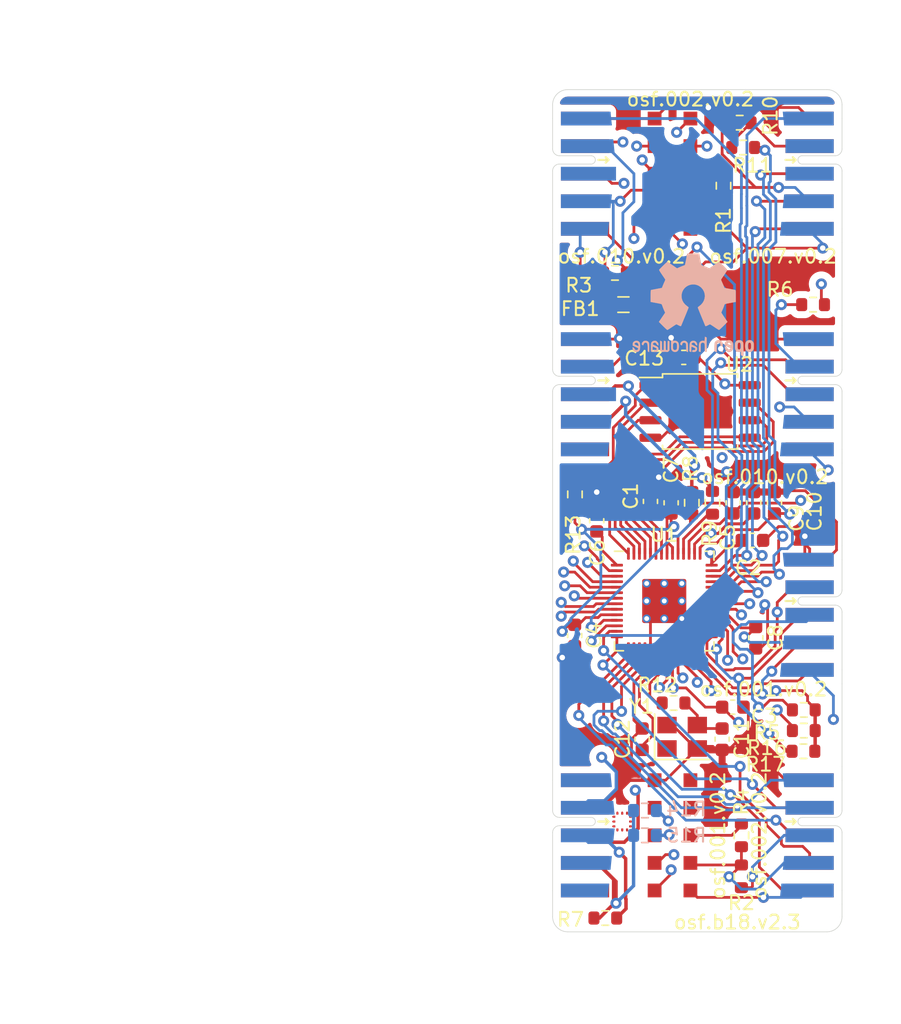
<source format=kicad_pcb>
(kicad_pcb (version 20211014) (generator pcbnew)
  (layers (0 "F.Cu" signal) (1 "In1.Cu" signal) (2 "In2.Cu" signal) (31 "B.Cu" signal) (34 "B.Paste" user) (35 "F.Paste" user) (36 "B.SilkS" user "B.Silkscreen") (37 "F.SilkS" user "F.Silkscreen") (38 "B.Mask" user) (39 "F.Mask" user) (44 "Edge.Cuts" user))
  (net 0 "")
  (net 1 "GND")
  (net 2 "+3V3")
  (net 3 "/I2C0_SDA")
  (net 4 "/I2C0_SCL")
  (net 5 "/I2C1_SDA")
  (net 6 "/I2C1_SCL")
  (net 7 "/ADC0")
  (net 8 "/ADC1")
  (net 9 "/ADC2")
  (net 10 "/ADC_VREF")
  (net 11 "/SPI0_RX")
  (net 12 "/SPI0_TX")
  (net 13 "/SPI0_SCK")
  (net 14 "/~{SPI0_CS}")
  (net 15 "/UART0_RX")
  (net 16 "/UART0_TX")
  (net 17 "/SPI1_RX")
  (net 18 "/SPI1_TX")
  (net 19 "/SPI1_SCK")
  (net 20 "/~{SPI1_CS}")
  (net 21 "/UART1_RX")
  (net 22 "/UART1_TX")
  (net 23 "+5V")
  (net 24 "Net-(J1-Pad8)")
  (net 25 "Net-(J2-Pad8)")
  (net 26 "Net-(J4-Pad8)")
  (net 27 "Net-(J5-Pad8)")
  (net 28 "Net-(FB1-Pad2)")
  (net 29 "Net-(J8-Pad2)")
  (net 30 "Net-(J8-Pad3)")
  (net 31 "Net-(J8-Pad4)")
  (net 32 "/DP")
  (net 33 "/DM")
  (net 34 "Net-(J9-Pad3)")
  (net 35 "Net-(J9-Pad4)")
  (net 36 "Net-(C1-Pad1)")
  (net 37 "Net-(C10-Pad1)")
  (net 38 "Net-(C11-Pad1)")
  (net 39 "Net-(C12-Pad1)")
  (net 40 "Net-(R12-Pad2)")
  (net 41 "/GPIO7")
  (net 42 "/GPIO6")
  (net 43 "/GPIO15")
  (net 44 "/GPIO14")
  (net 45 "/ADC3")
  (net 46 "/GPIO17")
  (net 47 "/GPIO16")
  (net 48 "/GPIO23")
  (net 49 "/GPIO22")
  (net 50 "/GPIO25")
  (net 51 "/GPIO24")
  (net 52 "Net-(J3-Pad7)")
  (net 53 "Net-(J6-Pad7)")
  (net 65 "/QPI_SS")
  (net 66 "Net-(U1-Pad55)")
  (net 67 "Net-(U1-Pad54)")
  (net 68 "Net-(U1-Pad53)")
  (net 69 "/QSPI_CLK")
  (net 70 "Net-(U1-Pad51)")
  (footprint "on_edge:on_edge_2x05_up_host" (layer "F.Cu") (at 145 123 -90)
    (fp_text reference "J2")
    (fp_text value "I2C_2x2")
  )
  (footprint "on_edge:on_edge_2x05_device" (layer "F.Cu") (at 134 75 -90)
    (fp_text reference "J3")
    (fp_text value "UART_2x2")
    (fp_line (start -1.3 -2.8) (end -1.3 -0.5) (layer "Edge.Cuts") (width 0.05))
    (fp_line (start -0.7 -0.5) (end -0.7 -2.8) (layer "Edge.Cuts") (width 0.05))
    (fp_line (start -4 0) (end -1.8 0) (layer "Edge.Cuts") (width 0.05))
    (fp_line (start -0.2 0) (end 4 0) (layer "Edge.Cuts") (width 0.05))
    (fp_arc (start -0.2 0) (mid -0.553553 -0.146447) (end -0.7 -0.5) (layer "Edge.Cuts") (width 0.05))
    (fp_arc (start -1.3 -0.5) (mid -1.446447 -0.146447) (end -1.8 0) (layer "Edge.Cuts") (width 0.05))
    (fp_arc (start -1.3 -2.8) (mid -1 -3.1) (end -0.7 -2.8) (layer "Edge.Cuts") (width 0.05))
  )
  (footprint "on_edge:on_edge_2x05_host" (layer "F.Cu") (at 155 123 -90)
    (fp_text reference "J4")
    (fp_text value "SPI_2x3")
    (fp_line (start -0.7 2.9) (end -0.7 0.5) (layer "Edge.Cuts") (width 0.05))
    (fp_line (start -4 0) (end -1.8 0) (layer "Edge.Cuts") (width 0.05))
    (fp_line (start -0.2 0) (end 4 0) (layer "Edge.Cuts") (width 0.05))
    (fp_line (start -1.3 0.5) (end -1.3 2.9) (layer "Edge.Cuts") (width 0.05))
    (fp_arc (start -0.7 0.5) (mid -0.553553 0.146447) (end -0.2 0) (layer "Edge.Cuts") (width 0.05))
    (fp_arc (start -0.7 2.9) (mid -1 3.2) (end -1.3 2.9) (layer "Edge.Cuts") (width 0.05))
    (fp_arc (start -1.8 0) (mid -1.446447 0.146447) (end -1.3 0.5) (layer "Edge.Cuts") (width 0.05))
  )
  (footprint "on_edge:on_edge_2x05_host" (layer "F.Cu") (at 155 107 -90)
    (fp_text reference "J5")
    (fp_text value "I2C_2x2")
    (fp_line (start -1.3 0.5) (end -1.3 2.9) (layer "Edge.Cuts") (width 0.05))
    (fp_line (start -4 0) (end -1.8 0) (layer "Edge.Cuts") (width 0.05))
    (fp_line (start -0.7 2.9) (end -0.7 0.5) (layer "Edge.Cuts") (width 0.05))
    (fp_line (start -0.2 0) (end 4 0) (layer "Edge.Cuts") (width 0.05))
    (fp_arc (start -0.7 0.5) (mid -0.553553 0.146447) (end -0.2 0) (layer "Edge.Cuts") (width 0.05))
    (fp_arc (start -1.8 0) (mid -1.446447 0.146447) (end -1.3 0.5) (layer "Edge.Cuts") (width 0.05))
    (fp_arc (start -0.7 2.9) (mid -1 3.2) (end -1.3 2.9) (layer "Edge.Cuts") (width 0.05))
  )
  (footprint "on_edge:on_edge_2x05_host" (layer "F.Cu") (at 155 91 -90)
    (fp_text reference "J6")
    (fp_text value "UART_2x2")
    (fp_line (start -0.7 2.9) (end -0.7 0.5) (layer "Edge.Cuts") (width 0.05))
    (fp_line (start -0.2 0) (end 4 0) (layer "Edge.Cuts") (width 0.05))
    (fp_line (start -1.3 0.5) (end -1.3 2.9) (layer "Edge.Cuts") (width 0.05))
    (fp_line (start -4 0) (end -1.8 0) (layer "Edge.Cuts") (width 0.05))
    (fp_arc (start -1.8 0) (mid -1.446447 0.146447) (end -1.3 0.5) (layer "Edge.Cuts") (width 0.05))
    (fp_arc (start -0.7 2.9) (mid -1 3.2) (end -1.3 2.9) (layer "Edge.Cuts") (width 0.05))
    (fp_arc (start -0.7 0.5) (mid -0.553553 0.146447) (end -0.2 0) (layer "Edge.Cuts") (width 0.05))
  )
  (footprint "on_edge:on_edge_2x05_host" (layer "F.Cu") (at 155 75 -90)
    (fp_text reference "J7")
    (fp_text value "ADC_2x3")
    (fp_line (start -0.2 0) (end 4 0) (layer "Edge.Cuts") (width 0.05))
    (fp_line (start -1.3 0.5) (end -1.3 2.9) (layer "Edge.Cuts") (width 0.05))
    (fp_line (start -4 0) (end -1.8 0) (layer "Edge.Cuts") (width 0.05))
    (fp_line (start -0.7 2.9) (end -0.7 0.5) (layer "Edge.Cuts") (width 0.05))
    (fp_arc (start -0.7 0.5) (mid -0.553553 0.146447) (end -0.2 0) (layer "Edge.Cuts") (width 0.05))
    (fp_arc (start -0.7 2.9) (mid -1 3.2) (end -1.3 2.9) (layer "Edge.Cuts") (width 0.05))
    (fp_arc (start -1.8 0) (mid -1.446447 0.146447) (end -1.3 0.5) (layer "Edge.Cuts") (width 0.05))
  )
  (footprint "on_edge:on_edge_2x05_up_host" (layer "F.Cu") (at 145 75 -90)
    (fp_text reference "J1")
    (fp_text value "SPI_2x3")
  )
  (footprint "Resistor_SMD:R_0603_1608Metric" (layer "F.Cu") (at 146.4 75.875 90)
    (fp_text reference "R1")
    (fp_text value "10k")
  )
  (footprint "Resistor_SMD:R_0603_1608Metric" (layer "F.Cu") (at 147.7 125.975 -90)
    (fp_text reference "R2")
    (fp_text value "10k")
  )
  (footprint "Inductor_SMD:L_0805_2012Metric" (layer "F.Cu") (at 139.1375 84.5 180)
    (fp_text reference "FB1")
    (fp_text value "Ferrite_Bead_Small")
  )
  (footprint "on_edge:debug_edge_2x05_device" (layer "F.Cu") (at 134 123 -90)
    (fp_text reference "J8")
    (fp_text value "DebugEdge_02x05")
    (fp_line (start -4 0) (end -1.8 0) (layer "Edge.Cuts") (width 0.05))
    (fp_line (start -1.3 -2.8) (end -1.3 -0.5) (layer "Edge.Cuts") (width 0.05))
    (fp_line (start -0.7 -0.5) (end -0.7 -2.8) (layer "Edge.Cuts") (width 0.05))
    (fp_line (start -0.2 0) (end 4 0) (layer "Edge.Cuts") (width 0.05))
    (fp_arc (start -0.2 0) (mid -0.553553 -0.146447) (end -0.7 -0.5) (layer "Edge.Cuts") (width 0.05))
    (fp_arc (start -1.3 -2.8) (mid -1 -3.1) (end -0.7 -2.8) (layer "Edge.Cuts") (width 0.05))
    (fp_arc (start -1.3 -0.5) (mid -1.446447 -0.146447) (end -1.8 0) (layer "Edge.Cuts") (width 0.05))
  )
  (footprint "Resistor_SMD:R_0603_1608Metric" (layer "F.Cu") (at 138.525 82.2)
    (fp_text reference "R3")
    (fp_text value "10k")
  )
  (footprint "Resistor_SMD:R_0603_1608Metric" (layer "F.Cu") (at 152.225 113.9 180)
    (fp_text reference "R5")
    (fp_text value "10k")
  )
  (footprint "Resistor_SMD:R_0603_1608Metric" (layer "F.Cu") (at 152.9 84.5 180)
    (fp_text reference "R6")
    (fp_text value "10k")
  )
  (footprint "Resistor_SMD:R_0603_1608Metric" (layer "F.Cu") (at 137.825 129)
    (fp_text reference "R7")
    (fp_text value "10k")
  )
  (footprint "MCU_RaspberryPi_and_Boards:RP2040-QFN-56" (layer "F.Cu") (at 142.1 106)
    (fp_text reference "U1")
    (fp_text value "RP2040")
  )
  (footprint "on_edge:on_edge_2x05_device" (layer "F.Cu") (at 134 91 -90)
    (fp_text reference "J9")
    (fp_text value "008_USB")
    (fp_line (start -1.3 -2.8) (end -1.3 -0.5) (layer "Edge.Cuts") (width 0.05))
    (fp_line (start -0.2 0) (end 4 0) (layer "Edge.Cuts") (width 0.05))
    (fp_line (start -0.7 -0.5) (end -0.7 -2.8) (layer "Edge.Cuts") (width 0.05))
    (fp_line (start -4 0) (end -1.8 0) (layer "Edge.Cuts") (width 0.05))
    (fp_arc (start -1.3 -0.5) (mid -1.446447 -0.146447) (end -1.8 0) (layer "Edge.Cuts") (width 0.05))
    (fp_arc (start -0.2 0) (mid -0.553553 -0.146447) (end -0.7 -0.5) (layer "Edge.Cuts") (width 0.05))
    (fp_arc (start -1.3 -2.8) (mid -1 -3.1) (end -0.7 -2.8) (layer "Edge.Cuts") (width 0.05))
  )
  (footprint "Resistor_SMD:R_0603_1608Metric" (layer "F.Cu") (at 144.1 98.875 -90)
    (fp_text reference "R8")
    (fp_text value "27R")
  )
  (footprint "Resistor_SMD:R_0603_1608Metric" (layer "F.Cu") (at 145.6 98.875 -90)
    (fp_text reference "R9")
    (fp_text value "27R")
  )
  (footprint "Capacitor_SMD:C_0603_1608Metric" (layer "F.Cu") (at 141.1 98.775 90)
    (fp_text reference "C1")
    (fp_text value "100nF")
  )
  (footprint "Capacitor_SMD:C_0603_1608Metric" (layer "F.Cu") (at 148.5 101.6)
    (fp_text reference "C2")
    (fp_text value "100nF")
  )
  (footprint "Capacitor_SMD:C_0603_1608Metric" (layer "F.Cu") (at 147.075 113.7)
    (fp_text reference "C3")
    (fp_text value "100nF")
  )
  (footprint "Capacitor_SMD:C_0603_1608Metric" (layer "F.Cu") (at 135.6 108.5 -90)
    (fp_text reference "C4")
    (fp_text value "100nF")
  )
  (footprint "Capacitor_SMD:C_0603_1608Metric" (layer "F.Cu") (at 147.1 98.875 90)
    (fp_text reference "C5")
    (fp_text value "2.2uF")
  )
  (footprint "Capacitor_SMD:C_0603_1608Metric" (layer "F.Cu") (at 137.2 100.175 90)
    (fp_text reference "C6")
    (fp_text value "100nF")
  )
  (footprint "Capacitor_SMD:C_0603_1608Metric" (layer "F.Cu") (at 142.6 98.875 90)
    (fp_text reference "C7")
    (fp_text value "100nF")
  )
  (footprint "Capacitor_SMD:C_0603_1608Metric" (layer "F.Cu") (at 148.74 108.665 -90)
    (fp_text reference "C8")
    (fp_text value "100nF")
  )
  (footprint "Capacitor_SMD:C_0603_1608Metric" (layer "F.Cu") (at 148.6 98.875 90)
    (fp_text reference "C9")
    (fp_text value "2.2uF")
  )
  (footprint "Capacitor_SMD:C_0603_1608Metric" (layer "F.Cu") (at 150.1 98.875 90)
    (fp_text reference "C10")
    (fp_text value "2.2uF")
  )
  (footprint "Resistor_SMD:R_0603_1608Metric" (layer "F.Cu") (at 147.825 73.1)
    (fp_text reference "R11")
    (fp_text value "1R")
  )
  (footprint "Capacitor_SMD:C_0603_1608Metric" (layer "F.Cu") (at 146.3 116.025 -90)
    (fp_text reference "C11")
    (fp_text value "12pF")
  )
  (footprint "Capacitor_SMD:C_0603_1608Metric" (layer "F.Cu") (at 140.5 116.025 90)
    (fp_text reference "C12")
    (fp_text value "12pF")
  )
  (footprint "Resistor_SMD:R_0603_1608Metric" (layer "F.Cu") (at 142.775 113.4 180)
    (fp_text reference "R12")
    (fp_text value "1k")
  )
  (footprint "Crystal:Crystal_SMD_Abracon_ABM8G-4Pin_3.2x2.5mm" (layer "F.Cu") (at 143.4 115.85)
    (fp_text reference "Y1")
    (fp_text value "12MhZ")
  )
  (footprint "Resistor_SMD:R_0603_1608Metric" (layer "F.Cu") (at 147.575 71.3)
    (fp_text reference "R10")
    (fp_text value "200R")
  )
  (footprint "Resistor_SMD:R_0603_1608Metric" (layer "F.Cu") (at 147.7 123 90)
    (fp_text reference "R4")
    (fp_text value "10k")
  )
  (footprint "Capacitor_SMD:C_0603_1608Metric" (layer "F.Cu") (at 143.515 88.33 180)
    (fp_text reference "C13")
    (fp_text value "100nF")
  )
  (footprint "Resistor_SMD:R_0603_1608Metric" (layer "F.Cu") (at 152.2 116.9 180)
    (fp_text reference "R17")
    (fp_text value "2k")
  )
  (footprint "Package_SO:SOIC-8_5.23x5.23mm_P1.27mm" (layer "F.Cu") (at 144.7 92.25)
    (fp_text reference "U2")
    (fp_text value "W25Q128JVS")
  )
  (footprint "Resistor_SMD:R_0603_1608Metric" (layer "F.Cu") (at 152.225 115.4 180)
    (fp_text reference "R16")
    (fp_text value "2k")
  )
  (footprint "Resistor_SMD:R_0603_1608Metric" (layer "F.Cu") (at 135.62 98.265 90)
    (fp_text reference "R13")
    (fp_text value "d.n.p")
  )
  (footprint "Symbol:OSHW-Logo2_9.8x8mm_SilkScreen" (layer "B.Cu") (at 144.2 84.5 180)
    (fp_text reference "LOGO1" hide)
    (fp_text value "Logo_Open_Hardware_Small" hide)
  )
  (footprint "Resistor_SMD:R_0603_1608Metric" (layer "B.Cu") (at 140.7 121.2)
    (fp_text reference "R14")
    (fp_text value "2k")
  )
  (footprint "Resistor_SMD:R_0603_1608Metric" (layer "B.Cu") (at 140.7 123)
    (fp_text reference "R15")
    (fp_text value "2k")
  )
  (gr_line (start 135.1 68.9) (end 153.9 68.9) (layer "Edge.Cuts") (width 0.05))
  (gr_arc (start 135.1 130) (mid 134.322183 129.677817) (end 134 128.9) (layer "Edge.Cuts") (width 0.05))
  (gr_line (start 134 71) (end 134 70) (layer "Edge.Cuts") (width 0.05))
  (gr_line (start 155 119) (end 155 118) (layer "Edge.Cuts") (width 0.05))
  (gr_line (start 155 103) (end 155 102) (layer "Edge.Cuts") (width 0.05))
  (gr_line (start 155 87) (end 155 86) (layer "Edge.Cuts") (width 0.05))
  (gr_line (start 155 79) (end 155 80) (layer "Edge.Cuts") (width 0.05))
  (gr_line (start 155 71) (end 155 70) (layer "Edge.Cuts") (width 0.05))
  (gr_line (start 134 87) (end 134 80) (layer "Edge.Cuts") (width 0.05))
  (gr_line (start 155 86) (end 155 80) (layer "Edge.Cuts") (width 0.05))
  (gr_line (start 134 119) (end 134 95) (layer "Edge.Cuts") (width 0.05))
  (gr_line (start 155 96) (end 155 102) (layer "Edge.Cuts") (width 0.05))
  (gr_line (start 155 128.9) (end 155 128) (layer "Edge.Cuts") (width 0.05))
  (gr_line (start 134 128.9) (end 134 127) (layer "Edge.Cuts") (width 0.05))
  (gr_arc (start 153.9 68.9) (mid 154.677817 69.222183) (end 155 70) (layer "Edge.Cuts") (width 0.05))
  (gr_line (start 155 112) (end 155 111) (layer "Edge.Cuts") (width 0.05))
  (gr_line (start 134 80) (end 134 79) (layer "Edge.Cuts") (width 0.05))
  (gr_line (start 155 128) (end 155 127) (layer "Edge.Cuts") (width 0.05))
  (gr_arc (start 134 70) (mid 134.322183 69.222183) (end 135.1 68.9) (layer "Edge.Cuts") (width 0.05))
  (gr_arc (start 155 128.9) (mid 154.677817 129.677817) (end 153.9 130) (layer "Edge.Cuts") (width 0.05))
  (gr_line (start 155 96) (end 155 95) (layer "Edge.Cuts") (width 0.05))
  (gr_line (start 155 118) (end 155 112) (layer "Edge.Cuts") (width 0.05))
  (gr_line (start 153.9 130) (end 135.1 130) (layer "Edge.Cuts") (width 0.05))
  (gr_text "osf.002.v0.2" (at 149 123 90) (layer "F.SilkS") (effects (font (size 1 1))))
  (gr_text "osf.001.v0.2" (at 149.3 112.4) (layer "F.SilkS") (effects (font (size 1 1))))
  (gr_text "osf.010.v0.2" (at 139 81) (layer "F.SilkS") (effects (font (size 1 1))))
  (gr_text "osf.007.v0.2" (at 150 81) (layer "F.SilkS") (effects (font (size 1 1))))
  (gr_text "osf.001.v0.2" (at 146 123 90) (layer "F.SilkS") (effects (font (size 1 1))))
  (gr_text "osf.b18.v2.3" (at 147.4 129.3) (layer "F.SilkS") (effects (font (size 1 1))))
  (gr_text "osf.010.v0.2" (at 149.4 97) (layer "F.SilkS") (effects (font (size 1 1))))
  (gr_text "osf.002.v0.2" (at 144 69.6) (layer "F.SilkS") (effects (font (size 1 1))))
  (segment (start 141.895 94.155) (end 142.78 93.27) (width 0.2) (layer "F.Cu") (net 1))
  (segment (start 151.036001 100.599999) (end 152.65 102.213998) (width 0.2) (layer "F.Cu") (net 1))
  (segment (start 154.6 102.3) (end 153.9 103) (width 0.2) (layer "F.Cu") (net 1))
  (segment (start 145.300001 70.199999) (end 151.849999 70.199999) (width 0.2) (layer "F.Cu") (net 1))
  (segment (start 141.4 71) (end 142.200001 70.199999) (width 0.2) (layer "F.Cu") (net 1))
  (segment (start 148.200001 114.050001) (end 148.200001 115.374999) (width 0.2) (layer "F.Cu") (net 1))
  (segment (start 150.200002 97.999998) (end 152.336002 97.999998) (width 0.2) (layer "F.Cu") (net 1))
  (segment (start 150.1 98.1) (end 150.200002 97.999998) (width 0.2) (layer "F.Cu") (net 1))
  (segment (start 146.775 116.8) (end 146.3 116.8) (width 0.2) (layer "F.Cu") (net 1))
  (segment (start 149.395892 106.267811) (end 149.6 106.471919) (width 0.2) (layer "F.Cu") (net 1))
  (segment (start 141.1 110.7) (end 139.9 111.9) (width 0.2) (layer "F.Cu") (net 1))
  (segment (start 152.65 119) (end 150.9 119) (width 0.2) (layer "F.Cu") (net 1))
  (segment (start 139.72499 118.02499) (end 139.72499 116.02501) (width 0.2) (layer "F.Cu") (net 1))
  (segment (start 141.1 107) (end 142.1 106) (width 0.2) (layer "F.Cu") (net 1))
  (segment (start 141.2 98.1) (end 141.1 98) (width 0.5) (layer "F.Cu") (net 1))
  (segment (start 141.1 94.155) (end 141.895 94.155) (width 0.2) (layer "F.Cu") (net 1))
  (segment (start 144.6 116.8) (end 144.5 116.7) (width 0.2) (layer "F.Cu") (net 1))
  (segment (start 152.65 87) (end 146.2 87) (width 0.2) (layer "F.Cu") (net 1))
  (segment (start 138.8 87) (end 138.85 86.95) (width 0.2) (layer "F.Cu") (net 1))
  (segment (start 140.7 119) (end 139.72499 118.02499) (width 0.2) (layer "F.Cu") (net 1))
  (segment (start 150.9 119) (end 148.7 116.8) (width 0.2) (layer "F.Cu") (net 1))
  (segment (start 142.2 119) (end 141.4 119) (width 0.2) (layer "F.Cu") (net 1))
  (segment (start 144.4 116.7) (end 142.7 115) (width 0.2) (layer "F.Cu") (net 1))
  (segment (start 137.6 121) (end 139.6 119) (width 0.25) (layer "F.Cu") (net 1))
  (segment (start 135.6 109.275) (end 135.525 109.275) (width 0.2) (layer "F.Cu") (net 1))
  (segment (start 154.6 100.263996) (end 154.6 102.3) (width 0.2) (layer "F.Cu") (net 1))
  (segment (start 141.4 87) (end 142.5 87) (width 0.2) (layer "F.Cu") (net 1))
  (segment (start 142.74 88.33) (end 142.74 87.04) (width 0.2) (layer "F.Cu") (net 1))
  (segment (start 136.35 87) (end 138.8 87) (width 0.2) (layer "F.Cu") (net 1))
  (segment (start 152.3 101.3) (end 152.3 102.65) (width 0.2) (layer "F.Cu") (net 1))
  (segment (start 150.1 98.1) (end 147.1 98.1) (width 0.5) (layer "F.Cu") (net 1))
  (segment (start 152.3 102.65) (end 152.65 103) (width 0.2) (layer "F.Cu") (net 1))
  (segment (start 135.525 109.275) (end 134.7 110.1) (width 0.2) (layer "F.Cu") (net 1))
  (segment (start 151.849999 70.199999) (end 152.65 71) (width 0.2) (layer "F.Cu") (net 1))
  (segment (start 147.85 113.7) (end 148.200001 114.050001) (width 0.2) (layer "F.Cu") (net 1))
  (segment (start 147.1 97.094241) (end 146.630027 96.624268) (width 0.2) (layer "F.Cu") (net 1))
  (segment (start 152.65 102.213998) (end 152.65 103) (width 0.2) (layer "F.Cu") (net 1))
  (segment (start 145.399999 86.199999) (end 142.200001 86.199999) (width 0.2) (layer "F.Cu") (net 1))
  (segment (start 142.78 88.37) (end 142.74 88.33) (width 0.2) (layer "F.Cu") (net 1))
  (segment (start 149 102) (end 150.400001 100.599999) (width 0.2) (layer "F.Cu") (net 1))
  (segment (start 139.9 111.9) (end 139.9 114.65) (width 0.2) (layer "F.Cu") (net 1))
  (segment (start 137.2 99.4) (end 137.2 98.1) (width 0.2) (layer "F.Cu") (net 1))
  (segment (start 139.72499 116.02501) (end 140.5 115.25) (width 0.2) (layer "F.Cu") (net 1))
  (segment (start 147.1 98.1) (end 147.1 97.094241) (width 0.2) (layer "F.Cu") (net 1))
  (segment (start 142.5 87) (end 142.6 86.9) (width 0.2) (layer "F.Cu") (net 1))
  (segment (start 142.6 98.1) (end 142.6 97.92079) (width 0.2) (layer "F.Cu") (net 1))
  (segment (start 148.200001 115.374999) (end 146.775 116.8) (width 0.2) (layer "F.Cu") (net 1))
  (segment (start 139.6 119) (end 141.4 119) (width 0.25) (layer "F.Cu") (net 1))
  (segment (start 141.4 71) (end 136.35 71) (width 0.2) (layer "F.Cu") (net 1))
  (segment (start 141.1 109.4375) (end 141.1 107) (width 0.2) (layer "F.Cu") (net 1))
  (segment (start 142.200001 86.199999) (end 141.4 87) (width 0.2) (layer "F.Cu") (net 1))
  (segment (start 149.6 106.471919) (end 149.6 108.9) (width 0.2) (layer "F.Cu") (net 1))
  (segment (start 149 109.5) (end 148.7 109.5) (width 0.2) (layer "F.Cu") (net 1))
  (segment (start 146.2 87) (end 145.399999 86.199999) (width 0.2) (layer "F.Cu") (net 1))
  (segment (start 150.400001 100.599999) (end 151.036001 100.599999) (width 0.2) (layer "F.Cu") (net 1))
  (segment (start 142.1 106) (end 142.3 106) (width 0.2) (layer "F.Cu") (net 1))
  (segment (start 144.5 116.7) (end 142.2 119) (width 0.2) (layer "F.Cu") (net 1))
  (segment (start 141.4 119) (end 140.7 119) (width 0.2) (layer "F.Cu") (net 1))
  (segment (start 148.7 116.8) (end 146.3 116.8) (width 0.2) (layer "F.Cu") (net 1))
  (segment (start 142.3 106) (end 143.6 107.3) (width 0.2) (layer "F.Cu") (net 1))
  (segment (start 146.3 116.8) (end 144.6 116.8) (width 0.2) (layer "F.Cu") (net 1))
  (segment (start 152.336002 97.999998) (end 154.6 100.263996) (width 0.2) (layer "F.Cu") (net 1))
  (segment (start 142.6 98.1) (end 141.2 98.1) (width 0.5) (layer "F.Cu") (net 1))
  (segment (start 139.9 114.65) (end 140.5 115.25) (width 0.2) (layer "F.Cu") (net 1))
  (segment (start 142.78 93.27) (end 142.78 88.37) (width 0.2) (layer "F.Cu") (net 1))
  (segment (start 153.9 103) (end 152.65 103) (width 0.2) (layer "F.Cu") (net 1))
  (segment (start 141.1 109.4375) (end 141.1 110.7) (width 0.2) (layer "F.Cu") (net 1))
  (segment (start 147.1 98.1) (end 147 98.1) (width 0.5) (layer "F.Cu") (net 1))
  (segment (start 144.5 116.7) (end 144.4 116.7) (width 0.2) (layer "F.Cu") (net 1))
  (segment (start 142.7 115) (end 142.3 115) (width 0.2) (layer "F.Cu") (net 1))
  (segment (start 142.6 97.92079) (end 141.699956 97.020746) (width 0.2) (layer "F.Cu") (net 1))
  (segment (start 149.6 108.9) (end 149 109.5) (width 0.2) (layer "F.Cu") (net 1))
  (segment (start 142.200001 70.199999) (end 145.300001 70.199999) (width 0.2) (layer "F.Cu") (net 1))
  (segment (start 142.74 87.04) (end 142.6 86.9) (width 0.2) (layer "F.Cu") (net 1))
  (via (at 152.3 101.3) (size 0.8) (drill 0.4) (layers "F.Cu" "B.Cu") (net 1))
  (via (at 145.300001 70.199999) (size 0.8) (drill 0.4) (layers "F.Cu" "B.Cu") (net 1))
  (via (at 138.85 86.95) (size 0.8) (drill 0.4) (layers "F.Cu" "B.Cu") (net 1))
  (via (at 141.699956 97.020746) (size 0.8) (drill 0.4) (layers "F.Cu" "B.Cu") (net 1))
  (via (at 142.6 86.9) (size 0.8) (drill 0.4) (layers "F.Cu" "B.Cu") (net 1))
  (via (at 134.7 110.1) (size 0.8) (drill 0.4) (layers "F.Cu" "B.Cu") (net 1))
  (via (at 137.2 98.1) (size 0.8) (drill 0.4) (layers "F.Cu" "B.Cu") (net 1))
  (via (at 149.395892 106.267811) (size 0.8) (drill 0.4) (layers "F.Cu" "B.Cu") (net 1))
  (via (at 146.630027 96.624268) (size 0.8) (drill 0.4) (layers "F.Cu" "B.Cu") (net 1))
  (segment (start 146.7343 100.4) (end 146.034278 101.100022) (width 0.2) (layer "F.Cu") (net 2))
  (segment (start 144.58 88.33) (end 146.5 90.25) (width 0.2) (layer "F.Cu") (net 2))
  (segment (start 137.3 107.2) (end 136.4 107.2) (width 0.2) (layer "F.Cu") (net 2))
  (segment (start 146.8 126) (end 146.85 126) (width 0.2) (layer "F.Cu") (net 2))
  (segment (start 146.7 107) (end 147.65 107.95) (width 0.2) (layer "F.Cu") (net 2))
  (segment (start 147.7 125.15) (end 144.15 125.15) (width 0.2) (layer "F.Cu") (net 2))
  (segment (start 146.85 126) (end 147.7 125.15) (width 0.2) (layer "F.Cu") (net 2))
  (segment (start 147.1 76) (end 146.4 76.7) (width 0.2) (layer "F.Cu") (net 2))
  (segment (start 148.6 99.65) (end 147.85 100.4) (width 0.2) (layer "F.Cu") (net 2))
  (segment (start 137.05 100.8) (end 137.2 100.95) (width 0.2) (layer "F.Cu") (net 2))
  (segment (start 146.29999 71.75001) (end 146.29999 73.49999) (width 0.2) (layer "F.Cu") (net 2))
  (segment (start 138.6625 107) (end 137.5 107) (width 0.2) (layer "F.Cu") (net 2))
  (segment (start 153.05 116.875) (end 153.025 116.9) (width 0.25) (layer "F.Cu") (net 2))
  (segment (start 142.7 102.5625) (end 142.7 102.1) (width 0.2) (layer "F.Cu") (net 2))
  (segment (start 144 77) (end 146.1 77) (width 0.2) (layer "F.Cu") (net 2))
  (segment (start 142.3 101.8) (end 142.3 99.85) (width 0.2) (layer "F.Cu") (net 2))
  (segment (start 148.5 99.75) (end 148.5 99.65) (width 0.2) (layer "F.Cu") (net 2))
  (segment (start 138.6 127.9255) (end 138.6 126.350978) (width 0.25) (layer "F.Cu") (net 2))
  (segment (start 147.567468 100.40001) (end 147.567478 100.4) (width 0.2) (layer "F.Cu") (net 2))
  (segment (start 148.05 108.6) (end 148.7 107.95) (width 0.2) (layer "F.Cu") (net 2))
  (segment (start 144.29 88.33) (end 144.58 88.33) (width 0.2) (layer "F.Cu") (net 2))
  (segment (start 146.8 102) (end 145.5375 103.2625) (width 0.2) (layer "F.Cu") (net 2))
  (segment (start 147.65 107.95) (end 148.7 107.95) (width 0.2) (layer "F.Cu") (net 2))
  (segment (start 146.29999 73.582112) (end 148.717878 76) (width 0.2) (layer "F.Cu") (net 2))
  (segment (start 145.5375 103.2625) (end 145.5375 102.596826) (width 0.2) (layer "F.Cu") (net 2))
  (segment (start 142.3 109.4375) (end 142.3 111.734272) (width 0.2) (layer "F.Cu") (net 2))
  (segment (start 137.8 80.7) (end 137.8 82.1) (width 0.2) (layer "F.Cu") (net 2))
  (segment (start 142.3 102.5625) (end 142.3 101.8) (width 0.2) (layer "F.Cu") (net 2))
  (segment (start 153.5 83) (end 153.5 84.275) (width 0.2) (layer "F.Cu") (net 2))
  (segment (start 147.567478 100.4) (end 147.85 100.4) (width 0.2) (layer "F.Cu") (net 2))
  (segment (start 138.425001 126.2) (end 137.225001 125) (width 0.25) (layer "F.Cu") (net 2))
  (segment (start 145.5375 102.596826) (end 145.440707 102.500033) (width 0.2) (layer "F.Cu") (net 2))
  (segment (start 142.3 111.734272) (end 141.752784 112.281488) (width 0.2) (layer "F.Cu") (net 2))
  (segment (start 146.75 71.3) (end 146.29999 71.75001) (width 0.2) (layer "F.Cu") (net 2))
  (segment (start 142.4 101.8) (end 142.3 101.8) (width 0.2) (layer "F.Cu") (net 2))
  (segment (start 142.3 99.85) (end 142.5 99.65) (width 0.2) (layer "F.Cu") (net 2))
  (segment (start 137.6 101.35) (end 137.2 100.95) (width 0.2) (layer "F.Cu") (net 2))
  (segment (start 137 129) (end 137.4 129) (width 0.25) (layer "F.Cu") (net 2))
  (segment (start 147.9 76) (end 147.1 76) (width 0.2) (layer "F.Cu") (net 2))
  (segment (start 147.7 125.15) (end 147.7 123.95) (width 0.2) (layer "F.Cu") (net 2))
  (segment (start 153.05 113.9) (end 153.05 115.4) (width 0.25) (layer "F.Cu") (net 2))
  (segment (start 146.69999 100.40001) (end 147.567468 100.40001) (width 0.2) (layer "F.Cu") (net 2))
  (segment (start 152.5 113.275) (end 152.5 112.9) (width 0.2) (layer "F.Cu") (net 2))
  (segment (start 146.8 102) (end 147.325 102) (width 0.2) (layer "F.Cu") (net 2))
  (segment (start 146.1 77) (end 146.4 76.7) (width 0.2) (layer "F.Cu") (net 2))
  (segment (start 135.6 107.725) (end 135.175 107.725) (width 0.2) (layer "F.Cu") (net 2))
  (segment (start 144 77) (end 143.199999 76.199999) (width 0.2) (layer "F.Cu") (net 2))
  (segment (start 145.065698 101.1) (end 146 101.1) (width 0.2) (layer "F.Cu") (net 2))
  (segment (start 139.700001 76.199999) (end 138.9 77) (width 0.2) (layer "F.Cu") (net 2))
  (segment (start 137.4 129) (end 138.425001 127.974999) (width 0.25) (layer "F.Cu") (net 2))
  (segment (start 135.62 99.09) (end 135.62 100.32) (width 0.2) (layer "F.Cu") (net 2))
  (segment (start 150.4 76) (end 147.9 76) (width 0.2) (layer "F.Cu") (net 2))
  (segment (start 153.5 84.275) (end 153.725 84.5) (width 0.2) (layer "F.Cu") (net 2))
  (segment (start 135.62 100.32) (end 136.1 100.8) (width 0.2) (layer "F.Cu") (net 2))
  (segment (start 138.6 126.350978) (end 137.249022 125) (width 0.25) (layer "F.Cu") (net 2))
  (segment (start 152.1 112.5) (end 150.2 112.5) (width 0.2) (layer "F.Cu") (net 2))
  (segment (start 136.1 100.8) (end 137.05 100.8) (width 0.2) (layer "F.Cu") (net 2))
  (segment (start 146.595 90.345) (end 146.5 90.25) (width 0.2) (layer "F.Cu") (net 2))
  (segment (start 153.05 115.4) (end 153.05 116.875) (width 0.25) (layer "F.Cu") (net 2))
  (segment (start 137.6 102.3375) (end 137.6 101.35) (width 0.2) (layer "F.Cu") (net 2))
  (segment (start 146.29999 73.49999) (end 146.29999 73.582112) (width 0.2) (layer "F.Cu") (net 2))
  (segment (start 147.85 100.4) (end 146.7343 100.4) (width 0.2) (layer "F.Cu") (net 2))
  (segment (start 136.4 107.2) (end 135.875 107.725) (width 0.2) (layer "F.Cu") (net 2))
  (segment (start 137.5 107) (end 137.3 107.2) (width 0.2) (layer "F.Cu") (net 2))
  (segment (start 138.425001 127.974999) (end 138.425001 126.2) (width 0.25) (layer "F.Cu") (net 2))
  (segment (start 146 101.1) (end 146.69999 100.40001) (width 0.2) (layer "F.Cu") (net 2))
  (segment (start 137.225001 125) (end 136.35 125) (width 0.25) (layer "F.Cu") (net 2))
  (segment (start 147.9 108.6) (end 148.05 108.6) (width 0.2) (layer "F.Cu") (net 2))
  (segment (start 142.7 102.1) (end 142.4 101.8) (width 0.2) (layer "F.Cu") (net 2))
  (segment (start 137.249022 125) (end 136.35 125) (width 0.25) (layer "F.Cu") (net 2))
  (segment (start 144.3 101.865698) (end 145.065698 101.1) (width 0.2) (layer "F.Cu") (net 2))
  (segment (start 147.325 102) (end 147.725 101.6) (width 0.2) (layer "F.Cu") (net 2))
  (segment (start 152.5 112.9) (end 152.1 112.5) (width 0.2) (layer "F.Cu") (net 2))
  (segment (start 144.3 102.5625) (end 144.3 101.865698) (width 0.2) (layer "F.Cu") (net 2))
  (segment (start 147.85 100.4) (end 148.5 99.75) (width 0.2) (layer "F.Cu") (net 2))
  (segment (start 144.15 125.15) (end 144 125) (width 0.2) (layer "F.Cu") (net 2))
  (segment (start 135.875 107.725) (end 135.6 107.725) (width 0.2) (layer "F.Cu") (net 2))
  (segment (start 146.034278 101.100022) (end 145.499967 101.100022) (width 0.2) (layer "F.Cu") (net 2))
  (segment (start 142.6 100.399979) (end 142.800021 100.6) (width 0.2) (layer "F.Cu") (net 2))
  (segment (start 143.199999 76.199999) (end 139.700001 76.199999) (width 0.2) (layer "F.Cu") (net 2))
  (segment (start 135.175 107.725) (end 134.7 108.2) (width 0.2) (layer "F.Cu") (net 2))
  (segment (start 138.6625 103.4) (end 137.6 102.3375) (width 0.2) (layer "F.Cu") (net 2))
  (segment (start 148.717878 76) (end 150.4 76) (width 0.2) (layer "F.Cu") (net 2))
  (segment (start 153.05 114.3) (end 153.05 113.825) (width 0.2) (layer "F.Cu") (net 2))
  (segment (start 142.6 99.65) (end 142.6 100.399979) (width 0.2) (layer "F.Cu") (net 2))
  (segment (start 153.05 113.825) (end 152.5 113.275) (width 0.2) (layer "F.Cu") (net 2))
  (segment (start 145.5375 103.4) (end 145.5375 103.2625) (width 0.2) (layer "F.Cu") (net 2))
  (segment (start 137.8 82.1) (end 137.7 82.2) (width 0.2) (layer "F.Cu") (net 2))
  (segment (start 145.5375 107) (end 146.7 107) (width 0.2) (layer "F.Cu") (net 2))
  (segment (start 148.3 90.345) (end 146.595 90.345) (width 0.2) (layer "F.Cu") (net 2))
  (segment (start 147.45 102) (end 146.8 102) (width 0.2) (layer "F.Cu") (net 2))
  (via (at 146.8 126) (size 0.8) (drill 0.4) (layers "F.Cu" "B.Cu") (net 2))
  (via (at 145.440707 102.500033) (size 0.8) (drill 0.4) (layers "F.Cu" "B.Cu") (net 2))
  (via (at 141.752784 112.281488) (size 0.8) (drill 0.4) (layers "F.Cu" "B.Cu") (net 2))
  (via (at 145.499967 101.100022) (size 0.8) (drill 0.4) (layers "F.Cu" "B.Cu") (net 2))
  (via (at 142.800021 100.6) (size 0.8) (drill 0.4) (layers "F.Cu" "B.Cu") (net 2))
  (via (at 147.9 108.6) (size 0.8) (drill 0.4) (layers "F.Cu" "B.Cu") (net 2))
  (via (at 136.1 100.8) (size 0.8) (drill 0.4) (layers "F.Cu" "B.Cu") (net 2))
  (via (at 134.7 108.2) (size 0.8) (drill 0.4) (layers "F.Cu" "B.Cu") (net 2))
  (via (at 138.6 127.9255) (size 0.8) (drill 0.4) (layers "F.Cu" "B.Cu") (net 2))
  (via (at 150.2 112.5) (size 0.8) (drill 0.4) (layers "F.Cu" "B.Cu") (net 2))
  (via (at 138.9 77) (size 0.8) (drill 0.4) (layers "F.Cu" "B.Cu") (net 2))
  (via (at 146.30001 95.6) (size 0.8) (drill 0.4) (layers "F.Cu" "B.Cu") (net 2))
  (via (at 153.5 83) (size 0.8) (drill 0.4) (layers "F.Cu" "B.Cu") (net 2))
  (via (at 137.8 80.7) (size 0.8) (drill 0.4) (layers "F.Cu" "B.Cu") (net 2))
  (via (at 146.5 90.25) (size 0.8) (drill 0.4) (layers "F.Cu" "B.Cu") (net 2))
  (via (at 150.4 76) (size 0.8) (drill 0.4) (layers "F.Cu" "B.Cu") (net 2))
  (via (at 150.475735 91.924265) (size 0.8) (drill 0.4) (layers "F.Cu" "B.Cu") (net 2))
  (segment (start 151.6 76) (end 150.4 76) (width 0.2) (layer "B.Cu") (net 2))
  (segment (start 142.600021 100.8) (end 142.800021 100.6) (width 0.2) (layer "B.Cu") (net 2))
  (segment (start 137.5 105.1) (end 137.5 102.2) (width 0.2) (layer "B.Cu") (net 2))
  (segment (start 148.3 109) (end 147.9 108.6) (width 0.2) (layer "B.Cu") (net 2))
  (segment (start 138.40001 80.09999) (end 137.8 80.7) (width 0.2) (layer "B.Cu") (net 2))
  (segment (start 136.4 77) (end 138.25 77) (width 0.2) (layer "B.Cu") (net 2))
  (segment (start 138.25 77) (end 138.40001 77.15001) (width 0.2) (layer "B.Cu") (net 2))
  (segment (start 148.9 126.9) (end 147.7 126.9) (width 0.2) (layer "B.Cu") (net 2))
  (segment (start 152.6 125) (end 150.8 125) (width 0.2) (layer "B.Cu") (net 2))
  (segment (start 152.6 109) (end 148.3 109) (width 0.2) (layer "B.Cu") (net 2))
  (segment (start 147.7 126.9) (end 146.8 126) (width 0.2) (layer "B.Cu") (net 2))
  (segment (start 134.7 108.2) (end 134.7 108.061046) (width 0.2) (layer "B.Cu") (net 2))
  (segment (start 135.325045 107.436001) (end 135.325045 107.274955) (width 0.2) (layer "B.Cu") (net 2))
  (segment (start 138.40001 77.15001) (end 138.40001 80.09999) (width 0.2) (layer "B.Cu") (net 2))
  (segment (start 139.875 121.2) (end 139.875 123) (width 0.25) (layer "B.Cu") (net 2))
  (segment (start 139.875 123) (end 139.875 126.6505) (width 0.25) (layer "B.Cu") (net 2))
  (segment (start 150.8 125) (end 148.9 126.9) (width 0.2) (layer "B.Cu") (net 2))
  (segment (start 134.7 108.061046) (end 135.325045 107.436001) (width 0.2) (layer "B.Cu") (net 2))
  (segment (start 138.9 77) (end 136.4 77) (width 0.2) (layer "B.Cu") (net 2))
  (segment (start 152.6 77) (end 151.6 76) (width 0.2) (layer "B.Cu") (net 2))
  (segment (start 139.875 126.6505) (end 138.6 127.9255) (width 0.25) (layer "B.Cu") (net 2))
  (segment (start 137.5 102.2) (end 136.1 100.8) (width 0.2) (layer "B.Cu") (net 2))
  (segment (start 151.524265 91.924265) (end 150.475735 91.924265) (width 0.2) (layer "B.Cu") (net 2))
  (segment (start 135.325045 107.274955) (end 137.5 105.1) (width 0.2) (layer "B.Cu") (net 2))
  (segment (start 152.6 93) (end 151.524265 91.924265) (width 0.2) (layer "B.Cu") (net 2))
  (segment (start 136.1 100.8) (end 142.600021 100.8) (width 0.2) (layer "B.Cu") (net 2))
  (segment (start 145.5375 107.8) (end 146.3 107.8) (width 0.2) (layer "F.Cu") (net 3))
  (segment (start 146.3 107.8) (end 146.7 108.2) (width 0.2) (layer "F.Cu") (net 3))
  (segment (start 142.397533 121.95717) (end 142.35717 121.95717) (width 0.2) (layer "F.Cu") (net 3))
  (segment (start 146.7 108.2) (end 146.7 110.3) (width 0.2) (layer "F.Cu") (net 3))
  (segment (start 142.35717 121.95717) (end 141.4 121) (width 0.2) (layer "F.Cu") (net 3))
  (via (at 142.397533 121.95717) (size 0.8) (drill 0.4) (layers "F.Cu" "B.Cu") (net 3))
  (via (at 146.7 110.3) (size 0.8) (drill 0.4) (layers "F.Cu" "B.Cu") (net 3))
  (segment (start 141.525 121.2) (end 141.640363 121.2) (width 0.25) (layer "B.Cu") (net 3))
  (segment (start 141.640363 121.2) (end 142.397533 121.95717) (width 0.25) (layer "B.Cu") (net 3))
  (segment (start 141.4 123) (end 142.410036 123) (width 0.2) (layer "F.Cu") (net 4))
  (segment (start 147 107.9) (end 147 107.934301) (width 0.2) (layer "F.Cu") (net 4))
  (segment (start 147 107.934301) (end 147.10001 108.034311) (width 0.2) (layer "F.Cu") (net 4))
  (segment (start 145.5375 107.4) (end 146.5 107.4) (width 0.2) (layer "F.Cu") (net 4))
  (segment (start 146.5 107.4) (end 147 107.9) (width 0.2) (layer "F.Cu") (net 4))
  (segment (start 147.10001 108.034311) (end 147.10001 109.67001) (width 0.2) (layer "F.Cu") (net 4))
  (segment (start 142.410036 123) (end 142.455018 122.955018) (width 0.2) (layer "F.Cu") (net 4))
  (segment (start 147.10001 109.67001) (end 147.63 110.2) (width 0.2) (layer "F.Cu") (net 4))
  (segment (start 147.63 110.2) (end 147.8 110.2) (width 0.2) (layer "F.Cu") (net 4))
  (via (at 147.8 110.2) (size 0.8) (drill 0.4) (layers "F.Cu" "B.Cu") (net 4))
  (via (at 142.455018 122.955018) (size 0.8) (drill 0.4) (layers "F.Cu" "B.Cu") (net 4))
  (segment (start 142.410036 123) (end 142.455018 122.955018) (width 0.25) (layer "B.Cu") (net 4))
  (segment (start 141.525 123) (end 142.410036 123) (width 0.25) (layer "B.Cu") (net 4))
  (segment (start 151.4 105) (end 150.6 105.8) (width 0.2) (layer "F.Cu") (net 5))
  (segment (start 147.236004 110.9) (end 148.519406 110.9) (width 0.2) (layer "F.Cu") (net 5))
  (segment (start 150.3 107.994298) (end 150.3 106.8) (width 0.2) (layer "F.Cu") (net 5))
  (segment (start 147.136002 111.000002) (end 147.236004 110.9) (width 0.2) (layer "F.Cu") (net 5))
  (segment (start 151.4 115.081427) (end 151.4 115.4) (width 0.2) (layer "F.Cu") (net 5))
  (segment (start 145.5375 108.6) (end 145.2 108.9375) (width 0.2) (layer "F.Cu") (net 5))
  (segment (start 150.3 106.1) (end 150.3 106.8) (width 0.2) (layer "F.Cu") (net 5))
  (segment (start 150.147149 108.147149) (end 150.3 107.994298) (width 0.2) (layer "F.Cu") (net 5))
  (segment (start 145.2 109.836004) (end 146.363998 111.000002) (width 0.2) (layer "F.Cu") (net 5))
  (segment (start 145.2 108.9375) (end 145.2 109.836004) (width 0.2) (layer "F.Cu") (net 5))
  (segment (start 150.3 113.981427) (end 151.4 115.081427) (width 0.2) (layer "F.Cu") (net 5))
  (segment (start 150.6 105.8) (end 150.3 106.1) (width 0.2) (layer "F.Cu") (net 5))
  (segment (start 146.363998 111.000002) (end 147.136002 111.000002) (width 0.2) (layer "F.Cu") (net 5))
  (segment (start 150.147149 109.272257) (end 150.147149 108.147149) (width 0.2) (layer "F.Cu") (net 5))
  (segment (start 148.519406 110.9) (end 150.147149 109.272257) (width 0.2) (layer "F.Cu") (net 5))
  (via (at 150.3 113.8995) (size 0.8) (drill 0.4) (layers "F.Cu" "B.Cu") (net 5))
  (via (at 150.3 106.8) (size 0.8) (drill 0.4) (layers "F.Cu" "B.Cu") (net 5))
  (segment (start 151 116.9) (end 149.7 115.6) (width 0.25) (layer "F.Cu") (net 6))
  (segment (start 150.54716 108.41854) (end 150.54716 109.437946) (width 0.2) (layer "F.Cu") (net 6))
  (segment (start 150.54716 109.437946) (end 148.385106 111.6) (width 0.2) (layer "F.Cu") (net 6))
  (segment (start 146.3 108.76999) (end 146.06999 109) (width 0.2) (layer "F.Cu") (net 6))
  (segment (start 146.06999 109) (end 146.06999 109.33001) (width 0.2) (layer "F.Cu") (net 6))
  (segment (start 145.5375 108.2) (end 146.1 108.2) (width 0.2) (layer "F.Cu") (net 6))
  (segment (start 151.375 116.9) (end 151 116.9) (width 0.25) (layer "F.Cu") (net 6))
  (segment (start 146.1 108.2) (end 146.3 108.4) (width 0.2) (layer "F.Cu") (net 6))
  (segment (start 146.06999 109.33001) (end 145.9 109.5) (width 0.2) (layer "F.Cu") (net 6))
  (segment (start 148.385106 111.6) (end 147.499982 111.6) (width 0.2) (layer "F.Cu") (net 6))
  (segment (start 151.4 107) (end 151.4 107.5657) (width 0.2) (layer "F.Cu") (net 6))
  (segment (start 151.4 107.5657) (end 150.54716 108.41854) (width 0.2) (layer "F.Cu") (net 6))
  (segment (start 146.3 108.4) (end 146.3 108.76999) (width 0.2) (layer "F.Cu") (net 6))
  (via (at 147.499982 111.6) (size 0.8) (drill 0.4) (layers "F.Cu" "B.Cu") (net 6))
  (via (at 145.9 109.5) (size 0.8) (drill 0.4) (layers "F.Cu" "B.Cu") (net 6))
  (via (at 149.7 115.6) (size 0.8) (drill 0.4) (layers "F.Cu" "B.Cu") (net 6))
  (segment (start 146.934297 111.6) (end 147.499982 111.6) (width 0.2) (layer "B.Cu") (net 6))
  (segment (start 145.9 109.5) (end 145.9 110.565703) (width 0.2) (layer "B.Cu") (net 6))
  (segment (start 145.9 110.565703) (end 146.934297 111.6) (width 0.2) (layer "B.Cu") (net 6))
  (segment (start 149.7 115.6) (end 147.499982 113.399982) (width 0.25) (layer "B.Cu") (net 6))
  (segment (start 147.499982 113.399982) (end 147.499982 111.6) (width 0.25) (layer "B.Cu") (net 6))
  (segment (start 145.5375 105) (end 146.7 105) (width 0.2) (layer "F.Cu") (net 7))
  (segment (start 149.19999 75) (end 149.09999 75.1) (width 0.2) (layer "F.Cu") (net 7))
  (segment (start 148.867692 104.196304) (end 149.163998 103.899998) (width 0.2) (layer "F.Cu") (net 7))
  (segment (start 146.7 105) (end 147.503696 104.196304) (width 0.2) (layer "F.Cu") (net 7))
  (segment (start 149.163998 103.899998) (end 150.299988 103.899998) (width 0.2) (layer "F.Cu") (net 7))
  (segment (start 147.503696 104.196304) (end 148.867692 104.196304) (width 0.2) (layer "F.Cu") (net 7))
  (segment (start 150.299988 103.899998) (end 150.45752 104.05753) (width 0.2) (layer "F.Cu") (net 7))
  (segment (start 151.4 75) (end 149.19999 75) (width 0.2) (layer "F.Cu") (net 7))
  (via (at 150.45752 104.05753) (size 0.8) (drill 0.4) (layers "F.Cu" "B.Cu") (net 7))
  (via (at 149.09999 75.1) (size 0.8) (drill 0.4) (layers "F.Cu" "B.Cu") (net 7))
  (segment (start 150.057521 102.718199) (end 150.057521 103.657531) (width 0.2) (layer "B.Cu") (net 7))
  (segment (start 151.400002 100.963998) (end 151.400002 101.836004) (width 0.2) (layer "B.Cu") (net 7))
  (segment (start 149.730094 99.29409) (end 151.400002 100.963998) (width 0.2) (layer "B.Cu") (net 7))
  (segment (start 149.730094 94.599882) (end 149.730094 99.29409) (width 0.2) (layer "B.Cu") (net 7))
  (segment (start 149.300044 94.169832) (end 149.730094 94.599882) (width 0.2) (layer "B.Cu") (net 7))
  (segment (start 149.299988 76.50169) (end 149.799979 77.001683) (width 0.2) (layer "B.Cu") (net 7))
  (segment (start 149.09999 75.1) (end 149.299988 75.299998) (width 0.2) (layer "B.Cu") (net 7))
  (segment (start 151.400002 101.836004) (end 151.036016 102.19999) (width 0.2) (layer "B.Cu") (net 7))
  (segment (start 149.299988 75.299998) (end 149.299988 76.50169) (width 0.2) (layer "B.Cu") (net 7))
  (segment (start 150.057521 103.657531) (end 150.45752 104.05753) (width 0.2) (layer "B.Cu") (net 7))
  (segment (start 149.799977 79.801757) (end 149.300044 80.301687) (width 0.2) (layer "B.Cu") (net 7))
  (segment (start 149.300044 80.301687) (end 149.300044 94.169832) (width 0.2) (layer "B.Cu") (net 7))
  (segment (start 151.036016 102.19999) (end 150.57573 102.19999) (width 0.2) (layer "B.Cu") (net 7))
  (segment (start 150.57573 102.19999) (end 150.057521 102.718199) (width 0.2) (layer "B.Cu") (net 7))
  (segment (start 149.799979 77.001683) (end 149.799977 79.801757) (width 0.2) (layer "B.Cu") (net 7))
  (segment (start 150.135982 103.4) (end 150.399981 103.136001) (width 0.2) (layer "F.Cu") (net 8))
  (segment (start 146.5 104.565699) (end 146.70001 104.365688) (width 0.2) (layer "F.Cu") (net 8))
  (segment (start 146.70001 104.365688) (end 147.269404 103.796294) (width 0.2) (layer "F.Cu") (net 8))
  (segment (start 150.399981 103.136001) (end 150.399981 101.600019) (width 0.2) (layer "F.Cu") (net 8))
  (segment (start 146.5 104.6) (end 146.5 104.565699) (width 0.2) (layer "F.Cu") (net 8))
  (segment (start 148.589137 103.796294) (end 148.98543 103.4) (width 0.2) (layer "F.Cu") (net 8))
  (segment (start 148.808505 77) (end 148.795857 76.987352) (width 0.2) (layer "F.Cu") (net 8))
  (segment (start 145.5375 104.6) (end 146.5 104.6) (width 0.2) (layer "F.Cu") (net 8))
  (segment (start 147.269404 103.796294) (end 148.589137 103.796294) (width 0.2) (layer "F.Cu") (net 8))
  (segment (start 152.65 77) (end 148.808505 77) (width 0.2) (layer "F.Cu") (net 8))
  (segment (start 148.98543 103.4) (end 150.135982 103.4) (width 0.2) (layer "F.Cu") (net 8))
  (segment (start 150.399981 101.600019) (end 150.7 101.3) (width 0.2) (layer "F.Cu") (net 8))
  (via (at 150.7 101.3) (size 0.8) (drill 0.4) (layers "F.Cu" "B.Cu") (net 8))
  (via (at 148.795857 76.987352) (size 0.8) (drill 0.4) (layers "F.Cu" "B.Cu") (net 8))
  (segment (start 149.330083 99.930083) (end 150.7 101.3) (width 0.2) (layer "B.Cu") (net 8))
  (segment (start 148.900033 80.135998) (end 148.900033 94.335521) (width 0.2) (layer "B.Cu") (net 8))
  (segment (start 149.330083 94.765571) (end 149.330083 99.930083) (width 0.2) (layer "B.Cu") (net 8))
  (segment (start 148.795857 76.987352) (end 149.399968 77.591463) (width 0.2) (layer "B.Cu") (net 8))
  (segment (start 148.900033 94.335521) (end 149.330083 94.765571) (width 0.2) (layer "B.Cu") (net 8))
  (segment (start 149.399968 79.636065) (end 148.900033 80.135998) (width 0.2) (layer "B.Cu") (net 8))
  (segment (start 149.399968 77.591463) (end 149.399968 79.636065) (width 0.2) (layer "B.Cu") (net 8))
  (segment (start 146.3 104.2) (end 147.103716 103.396284) (width 0.2) (layer "F.Cu") (net 9))
  (segment (start 152.65 79) (end 148.899946 79) (width 0.2) (layer "F.Cu") (net 9))
  (segment (start 145.5375 104.2) (end 146.3 104.2) (width 0.2) (layer "F.Cu") (net 9))
  (segment (start 149.119732 102.7) (end 149.200011 102.7) (width 0.2) (layer "F.Cu") (net 9))
  (segment (start 148.899946 79) (end 148.699946 79.2) (width 0.2) (layer "F.Cu") (net 9))
  (segment (start 147.103716 103.396284) (end 148.423448 103.396284) (width 0.2) (layer "F.Cu") (net 9))
  (segment (start 148.423448 103.396284) (end 149.119732 102.7) (width 0.2) (layer "F.Cu") (net 9))
  (via (at 149.200011 102.7) (size 0.8) (drill 0.4) (layers "F.Cu" "B.Cu") (net 9))
  (via (at 148.699946 79.2) (size 0.8) (drill 0.4) (layers "F.Cu" "B.Cu") (net 9))
  (segment (start 148.500099 98.052998) (end 148.500099 102.000088) (width 0.2) (layer "B.Cu") (net 9))
  (segment (start 148.930072 97.623025) (end 148.500099 98.052998) (width 0.2) (layer "B.Cu") (net 9))
  (segment (start 148.500099 102.000088) (end 148.800012 102.300001) (width 0.2) (layer "B.Cu") (net 9))
  (segment (start 148.500022 79.399924) (end 148.500022 94.50121) (width 0.2) (layer "B.Cu") (net 9))
  (segment (start 148.699946 79.2) (end 148.500022 79.399924) (width 0.2) (layer "B.Cu") (net 9))
  (segment (start 148.930072 94.93126) (end 148.930072 97.623025) (width 0.2) (layer "B.Cu") (net 9))
  (segment (start 148.800012 102.300001) (end 149.200011 102.7) (width 0.2) (layer "B.Cu") (net 9))
  (segment (start 148.500022 94.50121) (end 148.930072 94.93126) (width 0.2) (layer "B.Cu") (net 9))
  (segment (start 151.4 73) (end 150.1 73) (width 0.2) (layer "F.Cu") (net 10))
  (segment (start 147 73.1) (end 147 72.7) (width 0.2) (layer "F.Cu") (net 10))
  (segment (start 150.1 73) (end 148.4 71.3) (width 0.2) (layer "F.Cu") (net 10))
  (segment (start 147 72.7) (end 148.4 71.3) (width 0.2) (layer "F.Cu") (net 10))
  (segment (start 140.5 74) (end 140.5 74.1) (width 0.2) (layer "F.Cu") (net 11))
  (segment (start 135.997124 104.897124) (end 134.875953 104.897124) (width 0.2) (layer "F.Cu") (net 11))
  (segment (start 140.5 74.1) (end 141.4 75) (width 0.2) (layer "F.Cu") (net 11))
  (segment (start 138.6625 105.4) (end 136.5 105.4) (width 0.2) (layer "F.Cu") (net 11))
  (segment (start 136.5 105.4) (end 135.997124 104.897124) (width 0.2) (layer "F.Cu") (net 11))
  (via (at 140.5 74) (size 0.8) (drill 0.4) (layers "F.Cu" "B.Cu") (net 11))
  (via (at 134.875953 104.897124) (size 0.8) (drill 0.4) (layers "F.Cu" "B.Cu") (net 11))
  (segment (start 135.6 103.9) (end 134.8 103.9) (width 0.2) (layer "F.Cu") (net 12))
  (segment (start 140.1 73) (end 141.4 73) (width 0.2) (layer "F.Cu") (net 12))
  (segment (start 136.7 105) (end 135.6 103.9) (width 0.2) (layer "F.Cu") (net 12))
  (segment (start 138.6625 105) (end 136.7 105) (width 0.2) (layer "F.Cu") (net 12))
  (via (at 140.1 73) (size 0.8) (drill 0.4) (layers "F.Cu" "B.Cu") (net 12))
  (via (at 134.8 103.9) (size 0.8) (drill 0.4) (layers "F.Cu" "B.Cu") (net 12))
  (segment (start 135.5 103.190743) (end 135.5 103.1) (width 0.2) (layer "F.Cu") (net 13))
  (segment (start 138.6625 104.6) (end 136.909257 104.6) (width 0.2) (layer "F.Cu") (net 13))
  (segment (start 139.9 78.5) (end 141.4 77) (width 0.2) (layer "F.Cu") (net 13))
  (segment (start 139.9 79.7) (end 139.9 78.5) (width 0.2) (layer "F.Cu") (net 13))
  (segment (start 136.909257 104.6) (end 135.5 103.190743) (width 0.2) (layer "F.Cu") (net 13))
  (via (at 139.9 79.7) (size 0.8) (drill 0.4) (layers "F.Cu" "B.Cu") (net 13))
  (via (at 135.5 103.1) (size 0.8) (drill 0.4) (layers "F.Cu" "B.Cu") (net 13))
  (segment (start 144.2 70.8) (end 144 71) (width 0.2) (layer "F.Cu") (net 14))
  (segment (start 138.6625 105.8) (end 135.744336 105.8) (width 0.2) (layer "F.Cu") (net 14))
  (segment (start 143 72) (end 144.2 70.8) (width 0.2) (layer "F.Cu") (net 14))
  (segment (start 135.744336 105.8) (end 135.568882 105.624546) (width 0.2) (layer "F.Cu") (net 14))
  (via (at 143 72) (size 0.8) (drill 0.4) (layers "F.Cu" "B.Cu") (net 14))
  (via (at 135.568882 105.624546) (size 0.8) (drill 0.4) (layers "F.Cu" "B.Cu") (net 14))
  (segment (start 139.1 72.7) (end 137.9 72.7) (width 0.2) (layer "F.Cu") (net 15))
  (segment (start 138.6625 104.2) (end 137.540778 104.2) (width 0.2) (layer "F.Cu") (net 15))
  (segment (start 137.540778 104.2) (end 136.540768 103.19999) (width 0.2) (layer "F.Cu") (net 15))
  (segment (start 137.9 72.7) (end 137.6 73) (width 0.2) (layer "F.Cu") (net 15))
  (via (at 139.1 72.7) (size 0.8) (drill 0.4) (layers "F.Cu" "B.Cu") (net 15))
  (via (at 136.540768 103.19999) (size 0.8) (drill 0.4) (layers "F.Cu" "B.Cu") (net 15))
  (segment (start 137.240769 102.863989) (end 136.37678 102) (width 0.2) (layer "F.Cu") (net 16))
  (segment (start 137.240769 102.940769) (end 137.240769 102.863989) (width 0.2) (layer "F.Cu") (net 16))
  (segment (start 139.177112 75.7) (end 138.3 75.7) (width 0.2) (layer "F.Cu") (net 16))
  (segment (start 138.6625 103.8) (end 138.1 103.8) (width 0.2) (layer "F.Cu") (net 16))
  (segment (start 138.3 75.7) (end 137.6 75) (width 0.2) (layer "F.Cu") (net 16))
  (segment (start 136.37678 102) (end 136.3 102) (width 0.2) (layer "F.Cu") (net 16))
  (segment (start 138.1 103.8) (end 137.240769 102.940769) (width 0.2) (layer "F.Cu") (net 16))
  (via (at 136.3 102) (size 0.8) (drill 0.4) (layers "F.Cu" "B.Cu") (net 16))
  (via (at 139.177112 75.7) (size 0.8) (drill 0.4) (layers "F.Cu" "B.Cu") (net 16))
  (segment (start 151.4 123) (end 150.299996 121.899996) (width 0.2) (layer "F.Cu") (net 17))
  (segment (start 139.5 109.4375) (end 139.5 109.9) (width 0.2) (layer "F.Cu") (net 17))
  (segment (start 135.9 113.5) (end 135.9 114.3) (width 0.2) (layer "F.Cu") (net 17))
  (segment (start 139.5 109.9) (end 135.9 113.5) (width 0.2) (layer "F.Cu") (net 17))
  (segment (start 150.299996 121.899996) (end 150.2 121.899996) (width 0.2) (layer "F.Cu") (net 17))
  (via (at 150.2 121.899996) (size 0.8) (drill 0.4) (layers "F.Cu" "B.Cu") (net 17))
  (via (at 135.9 114.3) (size 0.8) (drill 0.4) (layers "F.Cu" "B.Cu") (net 17))
  (segment (start 143.669984 121.899996) (end 150.2 121.899996) (width 0.2) (layer "B.Cu") (net 17))
  (segment (start 135.9 114.453444) (end 137.890014 116.443458) (width 0.2) (layer "B.Cu") (net 17))
  (segment (start 138.213446 116.443458) (end 143.669984 121.899996) (width 0.2) (layer "B.Cu") (net 17))
  (segment (start 135.9 114.3) (end 135.9 114.453444) (width 0.2) (layer "B.Cu") (net 17))
  (segment (start 137.890014 116.443458) (end 138.213446 116.443458) (width 0.2) (layer "B.Cu") (net 17))
  (segment (start 151.4 121) (end 150.2 121) (width 0.2) (layer "F.Cu") (net 18))
  (segment (start 138.6625 109.6375) (end 137.655018 110.644982) (width 0.2) (layer "F.Cu") (net 18))
  (segment (start 150.2 121) (end 148.5 119.3) (width 0.2) (layer "F.Cu") (net 18))
  (segment (start 138.6625 108.6) (end 138.6625 109.6375) (width 0.2) (layer "F.Cu") (net 18))
  (via (at 148.5 119.3) (size 0.8) (drill 0.4) (layers "F.Cu" "B.Cu") (net 18))
  (via (at 137.655018 110.644982) (size 0.8) (drill 0.4) (layers "F.Cu" "B.Cu") (net 18))
  (segment (start 139.851556 114.311607) (end 139.851556 112.84152) (width 0.2) (layer "B.Cu") (net 18))
  (segment (start 139.851556 112.84152) (end 137.655018 110.644982) (width 0.2) (layer "B.Cu") (net 18))
  (segment (start 148.100001 118.900001) (end 144.43995 118.900001) (width 0.2) (layer "B.Cu") (net 18))
  (segment (start 144.43995 118.900001) (end 139.851556 114.311607) (width 0.2) (layer "B.Cu") (net 18))
  (segment (start 148.5 119.3) (end 148.100001 118.900001) (width 0.2) (layer "B.Cu") (net 18))
  (segment (start 138.117157 108.2) (end 137.7 108.617157) (width 0.2) (layer "F.Cu") (net 19))
  (segment (start 150.59999 123.335988) (end 150.59999 123.62427) (width 0.2) (layer "F.Cu") (net 19))
  (segment (start 149.499999 121.834299) (end 149.499999 122.235997) (width 0.2) (layer "F.Cu") (net 19))
  (segment (start 149.499999 122.235997) (end 150.59999 123.335988) (width 0.2) (layer "F.Cu") (net 19))
  (segment (start 137.7 108.617157) (end 137.7 109.6) (width 0.2) (layer "F.Cu") (net 19))
  (segment (start 150.59999 123.62427) (end 150.77573 123.80001) (width 0.2) (layer "F.Cu") (net 19))
  (segment (start 152.65 124.3) (end 152.65 125) (width 0.2) (layer "F.Cu") (net 19))
  (segment (start 147.6 119.9343) (end 149.499999 121.834299) (width 0.2) (layer "F.Cu") (net 19))
  (segment (start 152.15001 123.80001) (end 152.65 124.3) (width 0.2) (layer "F.Cu") (net 19))
  (segment (start 138.6625 108.2) (end 138.117157 108.2) (width 0.2) (layer "F.Cu") (net 19))
  (segment (start 150.77573 123.80001) (end 152.15001 123.80001) (width 0.2) (layer "F.Cu") (net 19))
  (segment (start 147.6 118) (end 147.6 119.9343) (width 0.2) (layer "F.Cu") (net 19))
  (via (at 147.6 118) (size 0.8) (drill 0.4) (layers "F.Cu" "B.Cu") (net 19))
  (via (at 137.7 109.6) (size 0.8) (drill 0.4) (layers "F.Cu" "B.Cu") (net 19))
  (segment (start 146.1 118) (end 137.7 109.6) (width 0.2) (layer "B.Cu") (net 19))
  (segment (start 147.6 118) (end 146.1 118) (width 0.2) (layer "B.Cu") (net 19))
  (segment (start 139.9 109.4375) (end 139.9 110.1) (width 0.2) (layer "F.Cu") (net 20))
  (segment (start 139.9 110.1) (end 137.702618 112.297382) (width 0.2) (layer "F.Cu") (net 20))
  (segment (start 137.702618 112.297382) (end 137.702618 114.701797) (width 0.2) (layer "F.Cu") (net 20))
  (via (at 137.702618 114.701797) (size 0.8) (drill 0.4) (layers "F.Cu" "B.Cu") (net 20))
  (segment (start 149.836002 119) (end 148.26036 120.575642) (width 0.2) (layer "B.Cu") (net 20))
  (segment (start 152.6 119) (end 149.836002 119) (width 0.2) (layer "B.Cu") (net 20))
  (segment (start 137.702618 114.964158) (end 137.702618 114.701797) (width 0.2) (layer "B.Cu") (net 20))
  (segment (start 148.26036 120.575642) (end 147.4195 120.575642) (width 0.2) (layer "B.Cu") (net 20))
  (segment (start 138.54442 115.64442) (end 138.38288 115.64442) (width 0.2) (layer "B.Cu") (net 20))
  (segment (start 138.38288 115.64442) (end 137.702618 114.964158) (width 0.2) (layer "B.Cu") (net 20))
  (segment (start 146.566299 120.756839) (end 146.009462 120.200002) (width 0.2) (layer "B.Cu") (net 20))
  (segment (start 143.100002 120.200002) (end 138.54442 115.64442) (width 0.2) (layer "B.Cu") (net 20))
  (segment (start 146.009462 120.200002) (end 143.100002 120.200002) (width 0.2) (layer "B.Cu") (net 20))
  (segment (start 147.4195 120.575642) (end 147.238303 120.756839) (width 0.2) (layer "B.Cu") (net 20))
  (segment (start 147.238303 120.756839) (end 146.566299 120.756839) (width 0.2) (layer "B.Cu") (net 20))
  (segment (start 146.2005 88.719122) (end 146.380898 88.89952) (width 0.2) (layer "F.Cu") (net 21))
  (segment (start 149.29952 88.89952) (end 151.4 91) (width 0.2) (layer "F.Cu") (net 21))
  (segment (start 146.380898 88.89952) (end 149.29952 88.89952) (width 0.2) (layer "F.Cu") (net 21))
  (segment (start 138.6625 107.8) (end 137.900108 107.8) (width 0.2) (layer "F.Cu") (net 21))
  (segment (start 137.900108 107.8) (end 136.8 108.900108) (width 0.2) (layer "F.Cu") (net 21))
  (via (at 146.2005 88.719122) (size 0.8) (drill 0.4) (layers "F.Cu" "B.Cu") (net 21))
  (via (at 136.8 108.900108) (size 0.8) (drill 0.4) (layers "F.Cu" "B.Cu") (net 21))
  (segment (start 147.330028 95.594016) (end 147.330028 96.960269) (width 0.2) (layer "B.Cu") (net 21))
  (segment (start 146.587423 105.612577) (end 143.699891 108.500109) (width 0.2) (layer "B.Cu") (net 21))
  (segment (start 146.600004 97.690293) (end 146.600004 102.016322) (width 0.2) (layer "B.Cu") (net 21))
  (segment (start 147.330028 96.960269) (end 146.600004 97.690293) (width 0.2) (layer "B.Cu") (net 21))
  (segment (start 146.2005 88.719122) (end 145.62 89.299622) (width 0.2) (layer "B.Cu") (net 21))
  (segment (start 145.99952 94.263508) (end 147.330028 95.594016) (width 0.2) (layer "B.Cu") (net 21))
  (segment (start 145.62 89.299622) (end 145.62 90.554994) (width 0.2) (layer "B.Cu") (net 21))
  (segment (start 146.587423 102.028903) (end 146.587423 105.612577) (width 0.2) (layer "B.Cu") (net 21))
  (segment (start 146.600004 102.016322) (end 146.587423 102.028903) (width 0.2) (layer "B.Cu") (net 21))
  (segment (start 145.62 90.554994) (end 145.99952 90.934514) (width 0.2) (layer "B.Cu") (net 21))
  (segment (start 145.99952 90.934514) (end 145.99952 94.263508) (width 0.2) (layer "B.Cu") (net 21))
  (segment (start 143.699891 108.500109) (end 137.199999 108.500109) (width 0.2) (layer "B.Cu") (net 21))
  (segment (start 137.199999 108.500109) (end 136.8 108.900108) (width 0.2) (layer "B.Cu") (net 21))
  (segment (start 146.2005 87.6995) (end 147.001 88.5) (width 0.2) (layer "F.Cu") (net 22))
  (segment (start 150.9 88.5) (end 151.4 89) (width 0.2) (layer "F.Cu") (net 22))
  (segment (start 137.2 107.9) (end 136.8 107.9) (width 0.2) (layer "F.Cu") (net 22))
  (segment (start 138.6625 107.4) (end 137.7 107.4) (width 0.2) (layer "F.Cu") (net 22))
  (segment (start 147.001 88.5) (end 150.9 88.5) (width 0.2) (layer "F.Cu") (net 22))
  (segment (start 137.7 107.4) (end 137.2 107.9) (width 0.2) (layer "F.Cu") (net 22))
  (via (at 146.2005 87.6995) (size 0.8) (drill 0.4) (layers "F.Cu" "B.Cu") (net 22))
  (via (at 136.8 107.9) (size 0.8) (drill 0.4) (layers "F.Cu" "B.Cu") (net 22))
  (segment (start 145.199999 90.699999) (end 145.6 91.1) (width 0.2) (layer "B.Cu") (net 22))
  (segment (start 143.089769 101.299511) (end 142.750489 101.299511) (width 0.2) (layer "B.Cu") (net 22))
  (segment (start 145.199999 88.550001) (end 145.199999 90.699999) (width 0.2) (layer "B.Cu") (net 22))
  (segment (start 145.6 98.78928) (end 143.089769 101.299511) (width 0.2) (layer "B.Cu") (net 22))
  (segment (start 142.750489 101.299511) (end 136.8 107.25) (width 0.2) (layer "B.Cu") (net 22))
  (segment (start 146.2005 87.6995) (end 146.0505 87.6995) (width 0.2) (layer "B.Cu") (net 22))
  (segment (start 136.8 107.25) (end 136.8 107.9) (width 0.2) (layer "B.Cu") (net 22))
  (segment (start 146.0505 87.6995) (end 145.199999 88.550001) (width 0.2) (layer "B.Cu") (net 22))
  (segment (start 145.6 91.1) (end 145.6 98.78928) (width 0.2) (layer "B.Cu") (net 22))
  (segment (start 148.1 80.4) (end 153.6 80.4) (width 0.2) (layer "F.Cu") (net 23))
  (segment (start 147.100019 81.399981) (end 148.1 80.4) (width 0.2) (layer "F.Cu") (net 23))
  (segment (start 137.292888 82.97501) (end 136 81.682122) (width 0.2) (layer "F.Cu") (net 23))
  (segment (start 142 84.5) (end 145.100019 81.399981) (width 0.2) (layer "F.Cu") (net 23))
  (segment (start 146.7 79) (end 148.1 80.4) (width 0.2) (layer "F.Cu") (net 23))
  (segment (start 140.2 84.5) (end 138.67501 82.97501) (width 0.2) (layer "F.Cu") (net 23))
  (segment (start 144 79) (end 146.7 79) (width 0.2) (layer "F.Cu") (net 23))
  (segment (start 140.2 84.5) (end 142 84.5) (width 0.2) (layer "F.Cu") (net 23))
  (segment (start 136 81.682122) (end 136 80.7) (width 0.2) (layer "F.Cu") (net 23))
  (segment (start 144.5 127.5) (end 149.3 127.5) (width 0.2) (layer "F.Cu") (net 23))
  (segment (start 138.67501 82.97501) (end 137.292888 82.97501) (width 0.2) (layer "F.Cu") (net 23))
  (segment (start 144 127) (end 144.5 127.5) (width 0.2) (layer "F.Cu") (net 23))
  (segment (start 145.100019 81.399981) (end 147.100019 81.399981) (width 0.2) (layer "F.Cu") (net 23))
  (via (at 149.3 127.5) (size 0.8) (drill 0.4) (layers "F.Cu" "B.Cu") (net 23))
  (via (at 154.37499 114.588797) (size 0.8) (drill 0.4) (layers "F.Cu" "B.Cu") (net 23))
  (via (at 136 80.7) (size 0.8) (drill 0.4) (layers "F.Cu" "B.Cu") (net 23))
  (via (at 153.6 80.4) (size 0.8) (drill 0.4) (layers "F.Cu" "B.Cu") (net 23))
  (via (at 154 96.5) (size 0.8) (drill 0.4) (layers "F.Cu" "B.Cu") (net 23))
  (segment (start 136 79.3) (end 136.3 79) (width 0.2) (layer "B.Cu") (net 23))
  (segment (start 149.3 127.5) (end 152 127.5) (width 0.2) (layer "B.Cu") (net 23))
  (segment (start 152.5 95) (end 154 96.5) (width 0.2) (layer "B.Cu") (net 23))
  (segment (start 153.6 80.4) (end 153.6 80.1) (width 0.2) (layer "B.Cu") (net 23))
  (segment (start 154.37499 112.87499) (end 154.37499 114.588797) (width 0.2) (layer "B.Cu") (net 23))
  (segment (start 153.6 80.1) (end 152.5 79) (width 0.2) (layer "B.Cu") (net 23))
  (segment (start 152.5 111) (end 154.37499 112.87499) (width 0.2) (layer "B.Cu") (net 23))
  (segment (start 152 127.5) (end 152.5 127) (width 0.2) (layer "B.Cu") (net 23))
  (segment (start 136 80.7) (end 136 79.3) (width 0.2) (layer "B.Cu") (net 23))
  (segment (start 144 75) (end 146.35 75) (width 0.2) (layer "F.Cu") (net 24))
  (segment (start 146.35 75) (end 146.4 75.05) (width 0.2) (layer "F.Cu") (net 24))
  (segment (start 147 123) (end 144 123) (width 0.2) (layer "F.Cu") (net 25))
  (segment (start 147.7 122.3) (end 147 123) (width 0.2) (layer "F.Cu") (net 25))
  (segment (start 148.4 126.8) (end 148.5 126.7) (width 0.2) (layer "F.Cu") (net 26))
  (segment (start 147.7 126.8) (end 148.4 126.8) (width 0.2) (layer "F.Cu") (net 26))
  (segment (start 148.5 126.7) (end 148.5 126) (width 0.2) (layer "F.Cu") (net 26))
  (via (at 148.5 126) (size 0.8) (drill 0.4) (layers "F.Cu" "B.Cu") (net 26))
  (segment (start 148.5 126) (end 148.5 125.3) (width 0.2) (layer "B.Cu") (net 26))
  (segment (start 148.5 125.3) (end 150.8 123) (width 0.2) (layer "B.Cu") (net 26))
  (segment (start 150.8 123) (end 152.9 123) (width 0.2) (layer "B.Cu") (net 26))
  (segment (start 149.761658 113.2) (end 150.7 113.2) (width 0.2) (layer "F.Cu") (net 27))
  (segment (start 150.7 113.2) (end 151.4 113.9) (width 0.2) (layer "F.Cu") (net 27))
  (segment (start 148.939617 113.698986) (end 149.262672 113.698986) (width 0.2) (layer "F.Cu") (net 27))
  (segment (start 149.262672 113.698986) (end 149.761658 113.2) (width 0.2) (layer "F.Cu") (net 27))
  (via (at 148.939617 113.698986) (size 0.8) (drill 0.4) (layers "F.Cu" "B.Cu") (net 27))
  (segment (start 148.041019 107.705019) (end 148.246038 107.5) (width 0.2) (layer "B.Cu") (net 27))
  (segment (start 147.1 108.3) (end 147.694981 107.705019) (width 0.2) (layer "B.Cu") (net 27))
  (segment (start 147.694981 107.705019) (end 148.041019 107.705019) (width 0.2) (layer "B.Cu") (net 27))
  (segment (start 148.939617 113.698986) (end 148.939617 113.539617) (width 0.2) (layer "B.Cu") (net 27))
  (segment (start 152.4 107.5) (end 152.9 107) (width 0.2) (layer "B.Cu") (net 27))
  (segment (start 148.500001 113.100001) (end 148.500001 109.863999) (width 0.2) (layer "B.Cu") (net 27))
  (segment (start 148.939617 113.539617) (end 148.500001 113.100001) (width 0.2) (layer "B.Cu") (net 27))
  (segment (start 147.1 109) (end 147.1 108.3) (width 0.2) (layer "B.Cu") (net 27))
  (segment (start 148.500001 109.863999) (end 148.136001 109.499999) (width 0.2) (layer "B.Cu") (net 27))
  (segment (start 148.246038 107.5) (end 152.4 107.5) (width 0.2) (layer "B.Cu") (net 27))
  (segment (start 148.136001 109.499999) (end 147.599999 109.499999) (width 0.2) (layer "B.Cu") (net 27))
  (segment (start 147.599999 109.499999) (end 147.1 109) (width 0.2) (layer "B.Cu") (net 27))
  (segment (start 138.3 89) (end 139.7 87.6) (width 0.2) (layer "F.Cu") (net 28))
  (segment (start 139.7 86.125) (end 138.075 84.5) (width 0.2) (layer "F.Cu") (net 28))
  (segment (start 139.7 87.6) (end 139.7 86.125) (width 0.2) (layer "F.Cu") (net 28))
  (segment (start 137.6 89) (end 138.3 89) (width 0.2) (layer "F.Cu") (net 28))
  (segment (start 138.1 123.5) (end 137.6 123) (width 0.25) (layer "F.Cu") (net 29))
  (segment (start 144.5 111.534315) (end 144.5 111.9) (width 0.2) (layer "F.Cu") (net 29))
  (segment (start 140.199999 119.924499) (end 140.199999 122.500001) (width 0.25) (layer "F.Cu") (net 29))
  (segment (start 140.199999 122.500001) (end 139.2 123.5) (width 0.25) (layer "F.Cu") (net 29))
  (segment (start 143.5 110.534315) (end 144.5 111.534315) (width 0.2) (layer "F.Cu") (net 29))
  (segment (start 139.2 123.5) (end 138.1 123.5) (width 0.25) (layer "F.Cu") (net 29))
  (segment (start 140 119.7245) (end 140.199999 119.924499) (width 0.25) (layer "F.Cu") (net 29))
  (segment (start 143.5 109.4375) (end 143.5 110.534315) (width 0.2) (layer "F.Cu") (net 29))
  (via (at 140 119.7245) (size 0.8) (drill 0.4) (layers "F.Cu" "B.Cu") (net 29))
  (via (at 144.5 111.9) (size 0.8) (drill 0.4) (layers "F.Cu" "B.Cu") (net 29))
  (segment (start 143.1 109.4375) (end 143.1 111.228606) (width 0.2) (layer "F.Cu") (net 30))
  (segment (start 143.1 111.228606) (end 143.452273 111.580879) (width 0.2) (layer "F.Cu") (net 30))
  (via (at 137.562987 117.337013) (size 0.8) (drill 0.4) (layers "F.Cu" "B.Cu") (net 30))
  (via (at 143.452273 111.580879) (size 0.8) (drill 0.4) (layers "F.Cu" "B.Cu") (net 30))
  (segment (start 138.62501 119.634626) (end 138.62501 118.399036) (width 0.25) (layer "B.Cu") (net 30))
  (segment (start 137.759636 120.5) (end 138.62501 119.634626) (width 0.25) (layer "B.Cu") (net 30))
  (segment (start 136.6 120.5) (end 137.759636 120.5) (width 0.25) (layer "B.Cu") (net 30))
  (segment (start 136.1 121) (end 136.6 120.5) (width 0.25) (layer "B.Cu") (net 30))
  (segment (start 138.62501 118.399036) (end 137.562987 117.337013) (width 0.25) (layer "B.Cu") (net 30))
  (segment (start 139.324511 128.325489) (end 138.65 129) (width 0.25) (layer "F.Cu") (net 31))
  (segment (start 143.9 110.268604) (end 145.5 111.868604) (width 0.2) (layer "F.Cu") (net 31))
  (segment (start 143.9 109.4375) (end 143.9 110.268604) (width 0.2) (layer "F.Cu") (net 31))
  (segment (start 138.832448 124.2245) (end 139.3 124.692052) (width 0.25) (layer "F.Cu") (net 31))
  (segment (start 139.324511 127.625397) (end 139.324511 128.325489) (width 0.25) (layer "F.Cu") (net 31))
  (segment (start 139.3 124.692052) (end 139.3 127.600886) (width 0.25) (layer "F.Cu") (net 31))
  (segment (start 145.5 111.868604) (end 145.5 112.500004) (width 0.2) (layer "F.Cu") (net 31))
  (segment (start 139.3 127.600886) (end 139.324511 127.625397) (width 0.25) (layer "F.Cu") (net 31))
  (via (at 138.832448 124.2245) (size 0.8) (drill 0.4) (layers "F.Cu" "B.Cu") (net 31))
  (via (at 145.5 112.500004) (size 0.8) (drill 0.4) (layers "F.Cu" "B.Cu") (net 31))
  (segment (start 138.107948 123.5) (end 136.6 123.5) (width 0.25) (layer "B.Cu") (net 31))
  (segment (start 136.6 123.5) (end 136.1 123) (width 0.25) (layer "B.Cu") (net 31))
  (segment (start 138.832448 124.2245) (end 138.107948 123.5) (width 0.25) (layer "B.Cu") (net 31))
  (segment (start 143.1 102.5625) (end 143.1 101.3) (width 0.2) (layer "F.Cu") (net 32))
  (segment (start 143.1 101.3) (end 144 100.4) (width 0.2) (layer "F.Cu") (net 32))
  (segment (start 144 100.4) (end 144 99.7) (width 0.2) (layer "F.Cu") (net 32))
  (segment (start 145.3 99.7) (end 145.5 99.7) (width 0.2) (layer "F.Cu") (net 33))
  (segment (start 143.5 102.5625) (end 143.5 101.5) (width 0.2) (layer "F.Cu") (net 33))
  (segment (start 143.5 101.5) (end 145.3 99.7) (width 0.2) (layer "F.Cu") (net 33))
  (segment (start 144.1 98.05) (end 144.1 96.4) (width 0.25) (layer "F.Cu") (net 34))
  (segment (start 144.1 96.4) (end 144.3 96.2) (width 0.25) (layer "F.Cu") (net 34))
  (segment (start 138.55 90.4) (end 137.95 91) (width 0.25) (layer "F.Cu") (net 34))
  (segment (start 139.5 90.4) (end 138.55 90.4) (width 0.25) (layer "F.Cu") (net 34))
  (segment (start 137.95 91) (end 137.6 91) (width 0.25) (layer "F.Cu") (net 34))
  (via (at 144.3 96.2) (size 0.8) (drill 0.4) (layers "F.Cu" "B.Cu") (net 34))
  (via (at 139.5 90.4) (size 0.8) (drill 0.4) (layers "F.Cu" "B.Cu") (net 34))
  (segment (start 139.5 90.65) (end 144.3 95.45) (width 0.25) (layer "B.Cu") (net 34))
  (segment (start 144.3 95.45) (end 144.3 96.2) (width 0.25) (layer "B.Cu") (net 34))
  (segment (start 139.5 90.4) (end 139.5 90.65) (width 0.25) (layer "B.Cu") (net 34))
  (segment (start 137.9 93) (end 136.35 93) (width 0.25) (layer "F.Cu") (net 35))
  (segment (start 139.3 91.5) (end 139.3 91.6) (width 0.25) (layer "F.Cu") (net 35))
  (segment (start 145.6 97.818003) (end 144.830005 97.048008) (width 0.25) (layer "F.Cu") (net 35))
  (segment (start 139.3 91.6) (end 137.9 93) (width 0.25) (layer "F.Cu") (net 35))
  (segment (start 145.6 98.05) (end 145.6 97.818003) (width 0.25) (layer "F.Cu") (net 35))
  (via (at 144.830005 97.048008) (size 0.8) (drill 0.4) (layers "F.Cu" "B.Cu") (net 35))
  (via (at 139.3 91.5) (size 0.8) (drill 0.4) (layers "F.Cu" "B.Cu") (net 35))
  (segment (start 139.3 91.5) (end 139.3 92.5) (width 0.25) (layer "B.Cu") (net 35))
  (segment (start 139.3 92.5) (end 143.848008 97.048008) (width 0.25) (layer "B.Cu") (net 35))
  (segment (start 143.848008 97.048008) (end 144.830005 97.048008) (width 0.25) (layer "B.Cu") (net 35))
  (segment (start 145.165688 100.40001) (end 146.13429 100.40001) (width 0.2) (layer "F.Cu") (net 36))
  (segment (start 146.3 113.7) (end 145.082122 113.7) (width 0.2) (layer "F.Cu") (net 36))
  (segment (start 143.688705 112.306583) (end 142.752481 112.306583) (width 0.2) (layer "F.Cu") (net 36))
  (segment (start 147.1 99.65) (end 147.85001 98.89999) (width 0.2) (layer "F.Cu") (net 36))
  (segment (start 146.8843 99.65) (end 147 99.65) (width 0.2) (layer "F.Cu") (net 36))
  (segment (start 146.13429 100.40001) (end 146.8843 99.65) (width 0.2) (layer "F.Cu") (net 36))
  (segment (start 141.1 99.55) (end 141.75001 98.89999) (width 0.2) (layer "F.Cu") (net 36))
  (segment (start 147.85001 98.89999) (end 151.80001 98.89999) (width 0.2) (layer "F.Cu") (net 36))
  (segment (start 143.9 102.5625) (end 143.9 101.665698) (width 0.2) (layer "F.Cu") (net 36))
  (segment (start 151.80001 98.89999) (end 152 98.7) (width 0.2) (layer "F.Cu") (net 36))
  (segment (start 145.082122 113.7) (end 143.688705 112.306583) (width 0.2) (layer "F.Cu") (net 36))
  (segment (start 141.9 102.5625) (end 141.9 101) (width 0.2) (layer "F.Cu") (net 36))
  (segment (start 147.5 114.8) (end 147.4 114.8) (width 0.2) (layer "F.Cu") (net 36))
  (segment (start 141.9 101) (end 141 100.1) (width 0.2) (layer "F.Cu") (net 36))
  (segment (start 142.7 109.4375) (end 142.7 112.254102) (width 0.2) (layer "F.Cu") (net 36))
  (segment (start 143.9 101.665698) (end 145.165688 100.40001) (width 0.2) (layer "F.Cu") (net 36))
  (segment (start 146.34999 98.89999) (end 147.1 99.65) (width 0.2) (layer "F.Cu") (net 36))
  (segment (start 141.75001 98.89999) (end 146.34999 98.89999) (width 0.2) (layer "F.Cu") (net 36))
  (segment (start 147.4 114.8) (end 146.3 113.7) (width 0.2) (layer "F.Cu") (net 36))
  (segment (start 141 100.1) (end 141 99.65) (width 0.2) (layer "F.Cu") (net 36))
  (segment (start 142.7 112.254102) (end 142.752481 112.306583) (width 0.2) (layer "F.Cu") (net 36))
  (via (at 142.752481 112.306583) (size 0.8) (drill 0.4) (layers "F.Cu" "B.Cu") (net 36))
  (via (at 147.5 114.8) (size 0.8) (drill 0.4) (layers "F.Cu" "B.Cu") (net 36))
  (via (at 152 98.7) (size 0.8) (drill 0.4) (layers "F.Cu" "B.Cu") (net 36))
  (segment (start 149.210036 73.1) (end 149.403568 73.293532) (width 0.2) (layer "F.Cu") (net 37))
  (segment (start 144.7 102.125) (end 145.024978 101.800022) (width 0.2) (layer "F.Cu") (net 37))
  (segment (start 150.1 99.65) (end 148.92501 100.82499) (width 0.2) (layer "F.Cu") (net 37))
  (segment (start 150.1 99.65) (end 151.149998 99.65) (width 0.2) (layer "F.Cu") (net 37))
  (segment (start 144.7 102.5625) (end 144.7 102.125) (width 0.2) (layer "F.Cu") (net 37))
  (segment (start 145.024978 101.800022) (end 145.899978 101.800022) (width 0.2) (layer "F.Cu") (net 37))
  (segment (start 148.92501 100.82499) (end 146.87501 100.82499) (width 0.2) (layer "F.Cu") (net 37))
  (segment (start 146.87501 100.82499) (end 145.899978 101.800022) (width 0.2) (layer "F.Cu") (net 37))
  (segment (start 151.149998 99.65) (end 151.2 99.700002) (width 0.2) (layer "F.Cu") (net 37))
  (segment (start 148.65 73.1) (end 149.210036 73.1) (width 0.2) (layer "F.Cu") (net 37))
  (via (at 149.403568 73.293532) (size 0.8) (drill 0.4) (layers "F.Cu" "B.Cu") (net 37))
  (via (at 151.2 99.700002) (size 0.8) (drill 0.4) (layers "F.Cu" "B.Cu") (net 37))
  (segment (start 149.699999 75.663999) (end 149.699999 76.336001) (width 0.2) (layer "B.Cu") (net 37))
  (segment (start 149.700055 80.46744) (end 149.700055 94.004143) (width 0.2) (layer "B.Cu") (net 37))
  (segment (start 149.803567 73.693531) (end 149.803567 75.560431) (width 0.2) (layer "B.Cu") (net 37))
  (segment (start 149.699999 76.336001) (end 150.19999 76.835992) (width 0.2) (layer "B.Cu") (net 37))
  (segment (start 149.803567 75.560431) (end 149.699999 75.663999) (width 0.2) (layer "B.Cu") (net 37))
  (segment (start 150.19999 79.967505) (end 149.700055 80.46744) (width 0.2) (layer "B.Cu") (net 37))
  (segment (start 149.700055 94.004143) (end 150.130105 94.434193) (width 0.2) (layer "B.Cu") (net 37))
  (segment (start 149.403568 73.293532) (end 149.803567 73.693531) (width 0.2) (layer "B.Cu") (net 37))
  (segment (start 150.19999 76.835992) (end 150.19999 79.967505) (width 0.2) (layer "B.Cu") (net 37))
  (segment (start 150.130105 98.630107) (end 151.2 99.700002) (width 0.2) (layer "B.Cu") (net 37))
  (segment (start 150.130105 94.434193) (end 150.130105 98.630107) (width 0.2) (layer "B.Cu") (net 37))
  (segment (start 144.5 115) (end 144.5 114.3) (width 0.2) (layer "F.Cu") (net 38))
  (segment (start 144.75 115.25) (end 144.5 115) (width 0.2) (layer "F.Cu") (net 38))
  (segment (start 146.3 115.25) (end 144.75 115.25) (width 0.2) (layer "F.Cu") (net 38))
  (segment (start 144.5 114.3) (end 143.6 113.4) (width 0.2) (layer "F.Cu") (net 38))
  (segment (start 140.3 112.1) (end 141.5 110.9) (width 0.2) (layer "F.Cu") (net 39))
  (segment (start 142.25002 116.7) (end 141.27501 115.72499) (width 0.2) (layer "F.Cu") (net 39))
  (segment (start 140.5 116.5) (end 141.27501 115.72499) (width 0.2) (layer "F.Cu") (net 39))
  (segment (start 140.3 113.54998) (end 140.3 112.1) (width 0.2) (layer "F.Cu") (net 39))
  (segment (start 141.5 110.9) (end 141.5 109.4375) (width 0.2) (layer "F.Cu") (net 39))
  (segment (start 141.27501 114.52499) (end 140.3 113.54998) (width 0.2) (layer "F.Cu") (net 39))
  (segment (start 142.3 116.7) (end 142.25002 116.7) (width 0.2) (layer "F.Cu") (net 39))
  (segment (start 141.27501 115.72499) (end 141.27501 114.52499) (width 0.2) (layer "F.Cu") (net 39))
  (segment (start 140.5 116.8) (end 140.5 116.5) (width 0.2) (layer "F.Cu") (net 39))
  (segment (start 141.9 111.140713) (end 141.9 109.4375) (width 0.2) (layer "F.Cu") (net 40))
  (segment (start 141.052783 111.98793) (end 141.9 111.140713) (width 0.2) (layer "F.Cu") (net 40))
  (segment (start 141.052783 112.902783) (end 141.052783 111.98793) (width 0.2) (layer "F.Cu") (net 40))
  (segment (start 141.55 113.4) (end 141.052783 112.902783) (width 0.2) (layer "F.Cu") (net 40))
  (segment (start 141.95 113.4) (end 141.55 113.4) (width 0.2) (layer "F.Cu") (net 40))
  (segment (start 134.8 106.8) (end 134.625044 106.974956) (width 0.2) (layer "F.Cu") (net 41))
  (segment (start 137.334302 106.6) (end 137.134302 106.8) (width 0.2) (layer "F.Cu") (net 41))
  (segment (start 138.6625 106.6) (end 137.334302 106.6) (width 0.2) (layer "F.Cu") (net 41))
  (segment (start 134.625044 106.974956) (end 134.625044 107.1) (width 0.2) (layer "F.Cu") (net 41))
  (segment (start 137.134302 106.8) (end 134.8 106.8) (width 0.2) (layer "F.Cu") (net 41))
  (segment (start 145.2 73) (end 144 73) (width 0.2) (layer "F.Cu") (net 41))
  (via (at 134.625044 107.1) (size 0.8) (drill 0.4) (layers "F.Cu" "B.Cu") (net 41))
  (via (at 145.2 73) (size 0.8) (drill 0.4) (layers "F.Cu" "B.Cu") (net 41))
  (segment (start 142.321364 79) (end 143.415365 80.094001) (width 0.2) (layer "F.Cu") (net 42))
  (segment (start 137.168603 106.2) (end 136.968604 106.399999) (width 0.2) (layer "F.Cu") (net 42))
  (segment (start 136.968604 106.399999) (end 134.925071 106.399999) (width 0.2) (layer "F.Cu") (net 42))
  (segment (start 141.4 79) (end 142.321364 79) (width 0.2) (layer "F.Cu") (net 42))
  (segment (start 138.6625 106.2) (end 137.168603 106.2) (width 0.2) (layer "F.Cu") (net 42))
  (segment (start 134.925071 106.399999) (end 134.625072 106.1) (width 0.2) (layer "F.Cu") (net 42))
  (via (at 134.625072 106.1) (size 0.8) (drill 0.4) (layers "F.Cu" "B.Cu") (net 42))
  (via (at 143.415365 80.094001) (size 0.8) (drill 0.4) (layers "F.Cu" "B.Cu") (net 42))
  (segment (start 139 112.2) (end 139 113.99999) (width 0.2) (layer "F.Cu") (net 43))
  (segment (start 140.7 110.5) (end 139 112.2) (width 0.2) (layer "F.Cu") (net 43))
  (segment (start 140.7 109.4375) (end 140.7 110.5) (width 0.2) (layer "F.Cu") (net 43))
  (via (at 139 113.99999) (size 0.8) (drill 0.4) (layers "F.Cu" "B.Cu") (net 43))
  (segment (start 146.24376 121) (end 143.334994 121) (width 0.2) (layer "B.Cu") (net 43))
  (segment (start 137.277653 113.99999) (end 139 113.99999) (width 0.2) (layer "B.Cu") (net 43))
  (segment (start 138.378934 116.04394) (end 138.217393 116.043939) (width 0.2) (layer "B.Cu") (net 43))
  (segment (start 143.334994 121) (end 138.378934 116.04394) (width 0.2) (layer "B.Cu") (net 43))
  (segment (start 137.000009 114.277634) (end 137.277653 113.99999) (width 0.2) (layer "B.Cu") (net 43))
  (segment (start 146.40061 121.15685) (end 146.24376 121) (width 0.2) (layer "B.Cu") (net 43))
  (segment (start 137.41287 115.401308) (end 137.000009 114.988447) (width 0.2) (layer "B.Cu") (net 43))
  (segment (start 137.000009 114.988447) (end 137.000009 114.277634) (width 0.2) (layer "B.Cu") (net 43))
  (segment (start 147.512897 121.15685) (end 146.40061 121.15685) (width 0.2) (layer "B.Cu") (net 43))
  (segment (start 152.9 121) (end 147.669747 121) (width 0.2) (layer "B.Cu") (net 43))
  (segment (start 147.669747 121) (end 147.512897 121.15685) (width 0.2) (layer "B.Cu") (net 43))
  (segment (start 137.574762 115.401308) (end 137.41287 115.401308) (width 0.2) (layer "B.Cu") (net 43))
  (segment (start 138.217393 116.043939) (end 137.574762 115.401308) (width 0.2) (layer "B.Cu") (net 43))
  (segment (start 149 121.9) (end 149 125.3) (width 0.2) (layer "F.Cu") (net 44))
  (segment (start 147.156837 120.056837) (end 149 121.9) (width 0.2) (layer "F.Cu") (net 44))
  (segment (start 138.672628 114.70863) (end 138.672628 114.944909) (width 0.2) (layer "F.Cu") (net 44))
  (segment (start 138.299999 114.336001) (end 138.672628 114.70863) (width 0.2) (layer "F.Cu") (net 44))
  (segment (start 150.7 127) (end 152.65 127) (width 0.2) (layer "F.Cu") (net 44))
  (segment (start 138.299999 112.300001) (end 138.299999 114.336001) (width 0.2) (layer "F.Cu") (net 44))
  (segment (start 140.3 109.4375) (end 140.3 110.3) (width 0.2) (layer "F.Cu") (net 44))
  (segment (start 146.89999 120.056837) (end 147.156837 120.056837) (width 0.2) (layer "F.Cu") (net 44))
  (segment (start 149 125.3) (end 150.7 127) (width 0.2) (layer "F.Cu") (net 44))
  (segment (start 140.3 110.3) (end 138.299999 112.300001) (width 0.2) (layer "F.Cu") (net 44))
  (via (at 146.89999 120.056837) (size 0.8) (drill 0.4) (layers "F.Cu" "B.Cu") (net 44))
  (via (at 138.672628 114.944909) (size 0.8) (drill 0.4) (layers "F.Cu" "B.Cu") (net 44))
  (segment (start 146.499991 119.656838) (end 143.384557 119.656838) (width 0.2) (layer "B.Cu") (net 44))
  (segment (start 146.89999 120.056837) (end 146.499991 119.656838) (width 0.2) (layer "B.Cu") (net 44))
  (segment (start 143.384557 119.656838) (end 138.672628 114.944909) (width 0.2) (layer "B.Cu") (net 44))
  (segment (start 145.5375 103.8) (end 146.1343 103.8) (width 0.2) (layer "F.Cu") (net 45))
  (segment (start 146.1343 103.8) (end 147.238017 102.696283) (width 0.2) (layer "F.Cu") (net 45))
  (segment (start 147.238017 102.696283) (end 148.087447 102.696283) (width 0.2) (layer "F.Cu") (net 45))
  (via (at 148.087447 102.696283) (size 0.8) (drill 0.4) (layers "F.Cu" "B.Cu") (net 45))
  (segment (start 148.100011 94.666899) (end 148.530061 95.096949) (width 0.2) (layer "B.Cu") (net 45))
  (segment (start 148.530061 95.096949) (end 148.530061 97.457336) (width 0.2) (layer "B.Cu") (net 45))
  (segment (start 148.100011 97.887386) (end 148.100011 102.683719) (width 0.2) (layer "B.Cu") (net 45))
  (segment (start 149.3 71) (end 148.100011 72.199989) (width 0.2) (layer "B.Cu") (net 45))
  (segment (start 148.530061 97.457336) (end 148.100011 97.887386) (width 0.2) (layer "B.Cu") (net 45))
  (segment (start 148.100011 77.32751) (end 148.100011 78.763931) (width 0.2) (layer "B.Cu") (net 45))
  (segment (start 148.100011 79.636069) (end 148.100011 94.666899) (width 0.2) (layer "B.Cu") (net 45))
  (segment (start 152.6 71) (end 149.3 71) (width 0.2) (layer "B.Cu") (net 45))
  (segment (start 147.999944 79.536002) (end 148.100011 79.636069) (width 0.2) (layer "B.Cu") (net 45))
  (segment (start 148.095855 77.323354) (end 148.100011 77.32751) (width 0.2) (layer "B.Cu") (net 45))
  (segment (start 148.100011 78.763931) (end 147.999944 78.863998) (width 0.2) (layer "B.Cu") (net 45))
  (segment (start 147.999944 78.863998) (end 147.999944 79.536002) (width 0.2) (layer "B.Cu") (net 45))
  (segment (start 148.100011 72.199989) (end 148.100011 76.647194) (width 0.2) (layer "B.Cu") (net 45))
  (segment (start 148.095855 76.65135) (end 148.095855 77.323354) (width 0.2) (layer "B.Cu") (net 45))
  (segment (start 148.100011 102.683719) (end 148.087447 102.696283) (width 0.2) (layer "B.Cu") (net 45))
  (segment (start 148.100011 76.647194) (end 148.095855 76.65135) (width 0.2) (layer "B.Cu") (net 45))
  (segment (start 147.064005 112.300009) (end 148.235993 112.300009) (width 0.2) (layer "F.Cu") (net 46))
  (segment (start 149.863998 111.799998) (end 151.850002 111.799998) (width 0.2) (layer "F.Cu") (net 46))
  (segment (start 151.850002 111.799998) (end 152.65 111) (width 0.2) (layer "F.Cu") (net 46))
  (segment (start 144.7 109.936004) (end 147.064005 112.300009) (width 0.2) (layer "F.Cu") (net 46))
  (segment (start 149.663996 112) (end 149.863998 111.799998) (width 0.2) (layer "F.Cu") (net 46))
  (segment (start 148.536002 112) (end 149.663996 112) (width 0.2) (layer "F.Cu") (net 46))
  (segment (start 148.235993 112.300009) (end 148.536002 112) (width 0.2) (layer "F.Cu") (net 46))
  (segment (start 144.7 109.4375) (end 144.7 109.936004) (width 0.2) (layer "F.Cu") (net 46))
  (segment (start 144.3 110.102906) (end 146.939644 112.74255) (width 0.2) (layer "F.Cu") (net 47))
  (segment (start 144.3 109.4375) (end 144.3 110.102906) (width 0.2) (layer "F.Cu") (net 47))
  (segment (start 149.89999 111.03141) (end 149.89999 111.097977) (width 0.2) (layer "F.Cu") (net 47))
  (segment (start 146.939644 112.74255) (end 149.229849 112.74255) (width 0.2) (layer "F.Cu") (net 47))
  (segment (start 151.9314 109) (end 149.89999 111.03141) (width 0.2) (layer "F.Cu") (net 47))
  (segment (start 152.65 109) (end 151.9314 109) (width 0.2) (layer "F.Cu") (net 47))
  (via (at 149.229849 112.74255) (size 0.8) (drill 0.4) (layers "F.Cu" "B.Cu") (net 47))
  (via (at 149.89999 111.097977) (size 0.8) (drill 0.4) (layers "F.Cu" "B.Cu") (net 47))
  (segment (start 149.229849 112.74255) (end 149.229849 111.768118) (width 0.2) (layer "B.Cu") (net 47))
  (segment (start 149.229849 111.768118) (end 149.89999 111.097977) (width 0.2) (layer "B.Cu") (net 47))
  (segment (start 141.4 125) (end 141.6 125) (width 0.2) (layer "F.Cu") (net 48))
  (segment (start 148.3 106.2) (end 145.5375 106.2) (width 0.2) (layer "F.Cu") (net 48))
  (segment (start 142.2 124.4) (end 142.8 124.4) (width 0.2) (layer "F.Cu") (net 48))
  (segment (start 141.6 125) (end 142.2 124.4) (width 0.2) (layer "F.Cu") (net 48))
  (via (at 142.8 124.4) (size 0.8) (drill 0.4) (layers "F.Cu" "B.Cu") (net 48))
  (via (at 148.3 106.2) (size 0.8) (drill 0.4) (layers "F.Cu" "B.Cu") (net 48))
  (segment (start 147.3 106.6) (end 147.705018 107.005018) (width 0.2) (layer "F.Cu") (net 49))
  (segment (start 145.5375 106.6) (end 147.3 106.6) (width 0.2) (layer "F.Cu") (net 49))
  (segment (start 142.6 125.5) (end 142.6 125.8) (width 0.2) (layer "F.Cu") (net 49))
  (segment (start 142.6 125.8) (end 141.4 127) (width 0.2) (layer "F.Cu") (net 49))
  (via (at 142.6 125.5) (size 0.8) (drill 0.4) (layers "F.Cu" "B.Cu") (net 49))
  (via (at 147.705018 107.005018) (size 0.8) (drill 0.4) (layers "F.Cu" "B.Cu") (net 49))
  (segment (start 147.7 104.6) (end 149.5 104.6) (width 0.2) (layer "F.Cu") (net 50))
  (segment (start 145.5375 105.4) (end 146.8 105.4) (width 0.2) (layer "F.Cu") (net 50))
  (segment (start 146.8 105.4) (end 146.9 105.4) (width 0.2) (layer "F.Cu") (net 50))
  (segment (start 146.9 105.4) (end 147.7 104.6) (width 0.2) (layer "F.Cu") (net 50))
  (via (at 149.5 104.6) (size 0.8) (drill 0.4) (layers "F.Cu" "B.Cu") (net 50))
  (segment (start 147.7 78.598242) (end 147.599933 78.698309) (width 0.2) (layer "B.Cu") (net 50))
  (segment (start 148.13005 97.291647) (end 147.7 97.721697) (width 0.2) (layer "B.Cu") (net 50))
  (segment (start 148.13005 95.262638) (end 148.13005 97.291647) (width 0.2) (layer "B.Cu") (net 50))
  (segment (start 147.7 79.801758) (end 147.7 94.832588) (width 0.2) (layer "B.Cu") (net 50))
  (segment (start 147.7 94.832588) (end 148.13005 95.262638) (width 0.2) (layer "B.Cu") (net 50))
  (segment (start 147.7 76.481505) (end 147.695844 76.485661) (width 0.2) (layer "B.Cu") (net 50))
  (segment (start 147.695844 77.489043) (end 147.7 77.493199) (width 0.2) (layer "B.Cu") (net 50))
  (segment (start 148.934315 104.6) (end 149.5 104.6) (width 0.2) (layer "B.Cu") (net 50))
  (segment (start 147.7 77.493199) (end 147.7 78.598242) (width 0.2) (layer "B.Cu") (net 50))
  (segment (start 144.4 71) (end 147.7 74.3) (width 0.2) (layer "B.Cu") (net 50))
  (segment (start 147.7 102.047726) (end 147.387445 102.360281) (width 0.2) (layer "B.Cu") (net 50))
  (segment (start 147.387445 102.360281) (end 147.387445 103.05313) (width 0.2) (layer "B.Cu") (net 50))
  (segment (start 147.387445 103.05313) (end 148.934315 104.6) (width 0.2) (layer "B.Cu") (net 50))
  (segment (start 136.4 71) (end 144.4 71) (width 0.2) (layer "B.Cu") (net 50))
  (segment (start 147.599933 78.698309) (end 147.599933 79.701691) (width 0.2) (layer "B.Cu") (net 50))
  (segment (start 147.7 97.721697) (end 147.7 102.047726) (width 0.2) (layer "B.Cu") (net 50))
  (segment (start 147.695844 76.485661) (end 147.695844 77.489043) (width 0.2) (layer "B.Cu") (net 50))
  (segment (start 147.599933 79.701691) (end 147.7 79.801758) (width 0.2) (layer "B.Cu") (net 50))
  (segment (start 147.7 74.3) (end 147.7 76.481505) (width 0.2) (layer "B.Cu") (net 50))
  (segment (start 147.1 105.8) (end 147.6 105.3) (width 0.2) (layer "F.Cu") (net 51))
  (segment (start 143.695147 81.105012) (end 144.476749 80.32341) (width 0.2) (layer "F.Cu") (net 51))
  (segment (start 139.705012 81.105012) (end 143.695147 81.105012) (width 0.2) (layer "F.Cu") (net 51))
  (segment (start 136.35 79) (end 137.6 79) (width 0.2) (layer "F.Cu") (net 51))
  (segment (start 145.5375 105.8) (end 147.1 105.8) (width 0.2) (layer "F.Cu") (net 51))
  (segment (start 137.6 79) (end 139.705012 81.105012) (width 0.2) (layer "F.Cu") (net 51))
  (segment (start 148.8 105.3) (end 148.9 105.4) (width 0.2) (layer "F.Cu") (net 51))
  (segment (start 147.6 105.3) (end 148.8 105.3) (width 0.2) (layer "F.Cu") (net 51))
  (via (at 148.9 105.4) (size 0.8) (drill 0.4) (layers "F.Cu" "B.Cu") (net 51))
  (via (at 144.476749 80.32341) (size 0.8) (drill 0.4) (layers "F.Cu" "B.Cu") (net 51))
  (segment (start 147.000015 102.182011) (end 147.000015 97.855982) (width 0.2) (layer "B.Cu") (net 51))
  (segment (start 148.9 105.4) (end 146.987434 103.487434) (width 0.2) (layer "B.Cu") (net 51))
  (segment (start 147.000015 97.855982) (end 147.730039 97.125958) (width 0.2) (layer "B.Cu") (net 51))
  (segment (start 147.200066 83.046727) (end 144.476749 80.32341) (width 0.2) (layer "B.Cu") (net 51))
  (segment (start 146.987434 103.487434) (end 146.987434 102.194592) (width 0.2) (layer "B.Cu") (net 51))
  (segment (start 146.987434 102.194592) (end 147.000015 102.182011) (width 0.2) (layer "B.Cu") (net 51))
  (segment (start 147.200066 94.898354) (end 147.200066 83.046727) (width 0.2) (layer "B.Cu") (net 51))
  (segment (start 147.730039 95.428327) (end 147.200066 94.898354) (width 0.2) (layer "B.Cu") (net 51))
  (segment (start 147.730039 97.125958) (end 147.730039 95.428327) (width 0.2) (layer "B.Cu") (net 51))
  (segment (start 139.35 81.95) (end 138.7 81.3) (width 0.2) (layer "F.Cu") (net 52))
  (segment (start 139.35 82.2) (end 139.35 81.95) (width 0.2) (layer "F.Cu") (net 52))
  (via (at 138.7 81.3) (size 0.8) (drill 0.4) (layers "F.Cu" "B.Cu") (net 52))
  (segment (start 139.099999 77.836003) (end 139.9 77.036002) (width 0.2) (layer "B.Cu") (net 52))
  (segment (start 137.9 73) (end 136.1 73) (width 0.2) (layer "B.Cu") (net 52))
  (segment (start 139.099999 80.900001) (end 139.099999 77.836003) (width 0.2) (layer "B.Cu") (net 52))
  (segment (start 139.9 77.036002) (end 139.9 75) (width 0.2) (layer "B.Cu") (net 52))
  (segment (start 139.9 75) (end 137.9 73) (width 0.2) (layer "B.Cu") (net 52))
  (segment (start 138.7 81.3) (end 139.099999 80.900001) (width 0.2) (layer "B.Cu") (net 52))
  (segment (start 152.075 84.5) (end 150.6 84.5) (width 0.2) (layer "F.Cu") (net 53))
  (via (at 150.6 84.5) (size 0.8) (drill 0.4) (layers "F.Cu" "B.Cu") (net 53))
  (segment (start 151.87572 89) (end 152.9 89) (width 0.2) (layer "B.Cu") (net 53))
  (segment (start 150.6 84.5) (end 150.200001 84.899999) (width 0.2) (layer "B.Cu") (net 53))
  (segment (start 150.200001 87.324281) (end 151.87572 89) (width 0.2) (layer "B.Cu") (net 53))
  (segment (start 150.200001 84.899999) (end 150.200001 87.324281) (width 0.2) (layer "B.Cu") (net 53))
  (segment (start 135.62 97.44) (end 135.89 97.17) (width 0.2) (layer "F.Cu") (net 65))
  (segment (start 140.755 90.345) (end 141.1 90.345) (width 0.2) (layer "F.Cu") (net 65))
  (segment (start 138.39951 95.799512) (end 138.399512 93.425482) (width 0.2) (layer "F.Cu") (net 65))
  (segment (start 138.14 96.059022) (end 138.39951 95.799512) (width 0.2) (layer "F.Cu") (net 65))
  (segment (start 138.14 97.17) (end 138.14 96.059022) (width 0.2) (layer "F.Cu") (net 65))
  (segment (start 140.00048 91.824514) (end 140.00048 91.09952) (width 0.2) (layer "F.Cu") (net 65))
  (segment (start 139.5 102.5625) (end 138.14 101.2025) (width 0.2) (layer "F.Cu") (net 65))
  (segment (start 138.399512 93.425482) (end 140.00048 91.824514) (width 0.2) (layer "F.Cu") (net 65))
  (segment (start 140.00048 91.09952) (end 140.755 90.345) (width 0.2) (layer "F.Cu") (net 65))
  (segment (start 135.89 97.17) (end 138.14 97.17) (width 0.2) (layer "F.Cu") (net 65))
  (segment (start 138.14 101.2025) (end 138.14 97.17) (width 0.2) (layer "F.Cu") (net 65))
  (segment (start 139.9 102.030705) (end 139.9 102.5625) (width 0.2) (layer "F.Cu") (net 66))
  (segment (start 140.775 91.615) (end 138.799031 93.590969) (width 0.2) (layer "F.Cu") (net 66))
  (segment (start 138.53952 96.224508) (end 138.53952 100.670225) (width 0.2) (layer "F.Cu") (net 66))
  (segment (start 138.79903 95.964998) (end 138.53952 96.224508) (width 0.2) (layer "F.Cu") (net 66))
  (segment (start 138.53952 100.670225) (end 139.9 102.030705) (width 0.2) (layer "F.Cu") (net 66))
  (segment (start 138.799031 93.590969) (end 138.79903 95.964998) (width 0.2) (layer "F.Cu") (net 66))
  (segment (start 141.1 91.615) (end 140.775 91.615) (width 0.2) (layer "F.Cu") (net 66))
  (segment (start 139.198549 96.130485) (end 138.93904 96.389994) (width 0.2) (layer "F.Cu") (net 67))
  (segment (start 140.215 92.885) (end 139.198551 93.901449) (width 0.2) (layer "F.Cu") (net 67))
  (segment (start 140.3 101.865699) (end 140.3 102.5625) (width 0.2) (layer "F.Cu") (net 67))
  (segment (start 139.198551 93.901449) (end 139.198549 96.130485) (width 0.2) (layer "F.Cu") (net 67))
  (segment (start 138.93904 96.389994) (end 138.93904 100.504739) (width 0.2) (layer "F.Cu") (net 67))
  (segment (start 138.93904 100.504739) (end 140.3 101.865699) (width 0.2) (layer "F.Cu") (net 67))
  (segment (start 141.1 92.885) (end 140.215 92.885) (width 0.2) (layer "F.Cu") (net 67))
  (segment (start 141.98 95.34) (end 143.23 94.09) (width 0.2) (layer "F.Cu") (net 68))
  (segment (start 140.7 101.67) (end 139.33856 100.30856) (width 0.2) (layer "F.Cu") (net 68))
  (segment (start 148.235 94.09) (end 148.3 94.155) (width 0.2) (layer "F.Cu") (net 68))
  (segment (start 140.79 95.34) (end 141.98 95.34) (width 0.2) (layer "F.Cu") (net 68))
  (segment (start 139.33856 100.30856) (end 139.33856 96.79144) (width 0.2) (layer "F.Cu") (net 68))
  (segment (start 140.7 102.5625) (end 140.7 101.67) (width 0.2) (layer "F.Cu") (net 68))
  (segment (start 139.33856 96.79144) (end 140.79 95.34) (width 0.2) (layer "F.Cu") (net 68))
  (segment (start 143.23 94.09) (end 148.235 94.09) (width 0.2) (layer "F.Cu") (net 68))
  (segment (start 140.54952 100.85) (end 140.53 100.85) (width 0.2) (layer "F.Cu") (net 69))
  (segment (start 147.31452 94.75452) (end 149.136197 94.75452) (width 0.2) (layer "F.Cu") (net 69))
  (segment (start 143.395486 94.48952) (end 147.04952 94.48952) (width 0.2) (layer "F.Cu") (net 69))
  (segment (start 139.73808 97.13192) (end 141.13048 95.73952) (width 0.2) (layer "F.Cu") (net 69))
  (segment (start 149.54 93.39) (end 149.035 92.885) (width 0.2) (layer "F.Cu") (net 69))
  (segment (start 149.035 92.885) (end 148.3 92.885) (width 0.2) (layer "F.Cu") (net 69))
  (segment (start 142.145486 95.73952) (end 143.395486 94.48952) (width 0.2) (layer "F.Cu") (net 69))
  (segment (start 149.136197 94.75452) (end 149.54 94.350717) (width 0.2) (layer "F.Cu") (net 69))
  (segment (start 141.1 101.40048) (end 140.54952 100.85) (width 0.2) (layer "F.Cu") (net 69))
  (segment (start 149.54 94.350717) (end 149.54 93.39) (width 0.2) (layer "F.Cu") (net 69))
  (segment (start 140.53 100.85) (end 139.73808 100.05808) (width 0.2) (layer "F.Cu") (net 69))
  (segment (start 139.73808 100.05808) (end 139.73808 97.13192) (width 0.2) (layer "F.Cu") (net 69))
  (segment (start 147.04952 94.48952) (end 147.31452 94.75452) (width 0.2) (layer "F.Cu") (net 69))
  (segment (start 141.1 102.5625) (end 141.1 101.40048) (width 0.2) (layer "F.Cu") (net 69))
  (segment (start 141.13048 95.73952) (end 142.145486 95.73952) (width 0.2) (layer "F.Cu") (net 69))
  (segment (start 149.32596 95.15404) (end 146.88452 95.15404) (width 0.2) (layer "F.Cu") (net 70))
  (segment (start 146.88452 95.15404) (end 146.85 95.11952) (width 0.2) (layer "F.Cu") (net 70))
  (segment (start 149.45 95.03) (end 149.32596 95.15404) (width 0.2) (layer "F.Cu") (net 70))
  (segment (start 146.81 95.11952) (end 146.81 95.07) (width 0.2) (layer "F.Cu") (net 70))
  (segment (start 141.5 101.17) (end 141.5 102.5625) (width 0.2) (layer "F.Cu") (net 70))
  (segment (start 146.33 94.88904) (end 143.560972 94.88904) (width 0.2) (layer "F.Cu") (net 70))
  (segment (start 150.01 93) (end 150.01 94.47) (width 0.2) (layer "F.Cu") (net 70))
  (segment (start 146.57 94.95) (end 146.50904 94.88904) (width 0.2) (layer "F.Cu") (net 70))
  (segment (start 141.10572 100.77572) (end 141.5 101.17) (width 0.2) (layer "F.Cu") (net 70))
  (segment (start 143.560972 94.88904) (end 142.310006 96.140006) (width 0.2) (layer "F.Cu") (net 70))
  (segment (start 148.625 91.615) (end 150.01 93) (width 0.2) (layer "F.Cu") (net 70))
  (segment (start 146.57 94.95404) (end 146.57 94.95) (width 0.2) (layer "F.Cu") (net 70))
  (segment (start 141.10572 100.772503) (end 141.10572 100.77572) (width 0.2) (layer "F.Cu") (net 70))
  (segment (start 142.100012 96.35) (end 142.071247 96.321235) (width 0.2) (layer "F.Cu") (net 70))
  (segment (start 146.81 95.07) (end 146.69404 94.95404) (width 0.2) (layer "F.Cu") (net 70))
  (segment (start 142.071247 96.321235) (end 141.298765 96.321235) (width 0.2) (layer "F.Cu") (net 70))
  (segment (start 140.25 99.916783) (end 141.10572 100.772503) (width 0.2) (layer "F.Cu") (net 70))
  (segment (start 146.85 95.11952) (end 146.81 95.11952) (width 0.2) (layer "F.Cu") (net 70))
  (segment (start 140.25 97.37) (end 140.25 99.916783) (width 0.2) (layer "F.Cu") (net 70))
  (segment (start 150.01 94.47) (end 149.45 95.03) (width 0.2) (layer "F.Cu") (net 70))
  (segment (start 146.69404 94.95404) (end 146.57 94.95404) (width 0.2) (layer "F.Cu") (net 70))
  (segment (start 142.100012 96.35) (end 142.09 96.35) (width 0.2) (layer "F.Cu") (net 70))
  (segment (start 142.310006 96.140006) (end 142.100012 96.35) (width 0.2) (layer "F.Cu") (net 70))
  (segment (start 146.50904 94.88904) (end 146.33 94.88904) (width 0.2) (layer "F.Cu") (net 70))
  (segment (start 148.3 91.615) (end 148.625 91.615) (width 0.2) (layer "F.Cu") (net 70))
  (segment (start 141.298765 96.321235) (end 140.25 97.37) (width 0.2) (layer "F.Cu") (net 70))
  (zone (net 1) (net_name "GND") (layer "F.Cu") (connect_pads (clearance 0.508)) (min_thickness 0.254) (fill yes (thermal_gap 0.508) (thermal_bridge_width 0.508))
    (polygon (pts (xy 158.7 62.7) (xy 158.9 134) (xy 93.9 134.8) (xy 94.2 62.4)))
  )
  (zone (net 1) (net_name "GND") (layer "B.Cu") (connect_pads (clearance 0.508)) (min_thickness 0.254) (fill yes (thermal_gap 0.508) (thermal_bridge_width 0.508))
    (polygon (pts (xy 157.9 63.4) (xy 158.2 133.4) (xy 95.7 133.6) (xy 96.3 63.3)))
  )
)
</source>
